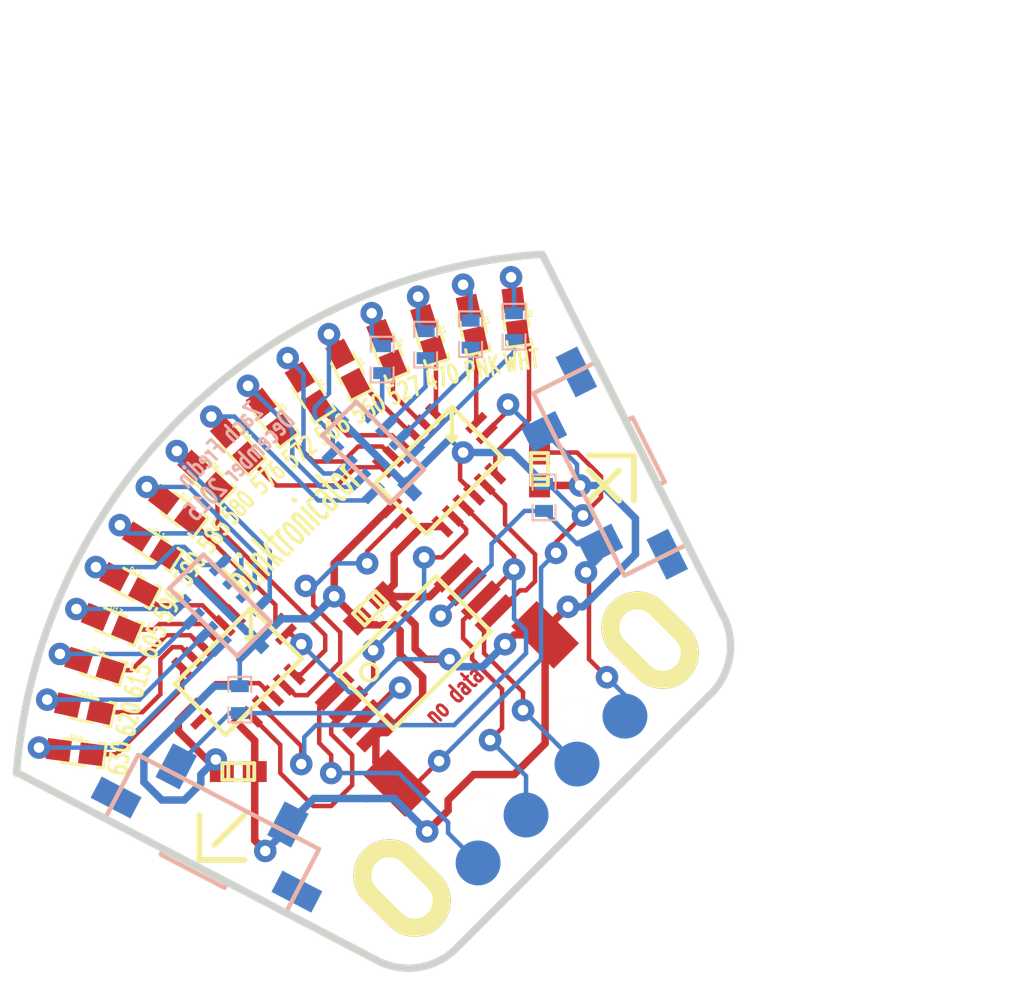
<source format=kicad_pcb>
(kicad_pcb (version 3) (host pcbnew "(2013-jul-07)-stable")

  (general
    (links 74)
    (no_connects 0)
    (area 164.899999 17.150001 202.999999 50.568199)
    (thickness 1.6)
    (drawings 47)
    (tracks 457)
    (zones 0)
    (modules 37)
    (nets 46)
  )

  (page A3)
  (layers
    (15 F.Cu signal)
    (0 B.Cu signal)
    (16 B.Adhes user hide)
    (17 F.Adhes user hide)
    (18 B.Paste user hide)
    (19 F.Paste user hide)
    (20 B.SilkS user)
    (21 F.SilkS user)
    (22 B.Mask user)
    (23 F.Mask user)
    (24 Dwgs.User user)
    (25 Cmts.User user)
    (26 Eco1.User user)
    (27 Eco2.User user)
    (28 Edge.Cuts user)
  )

  (setup
    (last_trace_width 0.25)
    (user_trace_width 0.25)
    (trace_clearance 0.225)
    (zone_clearance 0.508)
    (zone_45_only no)
    (trace_min 0.15)
    (segment_width 0.2)
    (edge_width 0.2)
    (via_size 0.75)
    (via_drill 0.35)
    (via_min_size 0.75)
    (via_min_drill 0.35)
    (uvia_size 0.508)
    (uvia_drill 0.127)
    (uvias_allowed no)
    (uvia_min_size 0.508)
    (uvia_min_drill 0.127)
    (pcb_text_width 0.3)
    (pcb_text_size 1.5 1.5)
    (mod_edge_width 0.15)
    (mod_text_size 1 1)
    (mod_text_width 0.15)
    (pad_size 2.4 3.6)
    (pad_drill 1.2)
    (pad_to_mask_clearance 0)
    (aux_axis_origin 0 0)
    (visible_elements FFFFFF3F)
    (pcbplotparams
      (layerselection 284196865)
      (usegerberextensions true)
      (excludeedgelayer true)
      (linewidth 0.150000)
      (plotframeref false)
      (viasonmask false)
      (mode 1)
      (useauxorigin false)
      (hpglpennumber 1)
      (hpglpenspeed 20)
      (hpglpendiameter 15)
      (hpglpenoverlay 2)
      (psnegative false)
      (psa4output false)
      (plotreference true)
      (plotvalue true)
      (plotothertext true)
      (plotinvisibletext false)
      (padsonsilk false)
      (subtractmaskfromsilk false)
      (outputformat 1)
      (mirror false)
      (drillshape 0)
      (scaleselection 1)
      (outputdirectory gerbers/))
  )

  (net 0 "")
  (net 1 D1)
  (net 2 D10)
  (net 3 D11)
  (net 4 D12)
  (net 5 D13)
  (net 6 D14)
  (net 7 D15)
  (net 8 D16)
  (net 9 D2)
  (net 10 D3)
  (net 11 D4)
  (net 12 D5)
  (net 13 D6)
  (net 14 D7)
  (net 15 D8)
  (net 16 D9)
  (net 17 GND)
  (net 18 N-000001)
  (net 19 N-0000010)
  (net 20 N-0000011)
  (net 21 N-0000012)
  (net 22 N-0000013)
  (net 23 N-0000014)
  (net 24 N-0000015)
  (net 25 N-0000016)
  (net 26 N-0000017)
  (net 27 N-0000018)
  (net 28 N-0000019)
  (net 29 N-000002)
  (net 30 N-0000020)
  (net 31 N-0000021)
  (net 32 N-0000030)
  (net 33 N-0000031)
  (net 34 N-0000032)
  (net 35 N-0000033)
  (net 36 N-0000038)
  (net 37 N-0000039)
  (net 38 N-000004)
  (net 39 N-0000040)
  (net 40 N-0000041)
  (net 41 N-0000044)
  (net 42 N-0000045)
  (net 43 N-000006)
  (net 44 N-000008)
  (net 45 VCC)

  (net_class Default "This is the default net class."
    (clearance 0.225)
    (trace_width 0.15)
    (via_dia 0.75)
    (via_drill 0.35)
    (uvia_dia 0.508)
    (uvia_drill 0.127)
    (add_net "")
    (add_net D1)
    (add_net D10)
    (add_net D11)
    (add_net D12)
    (add_net D13)
    (add_net D14)
    (add_net D15)
    (add_net D16)
    (add_net D2)
    (add_net D3)
    (add_net D4)
    (add_net D5)
    (add_net D6)
    (add_net D7)
    (add_net D8)
    (add_net D9)
    (add_net GND)
    (add_net N-000001)
    (add_net N-0000010)
    (add_net N-0000011)
    (add_net N-0000012)
    (add_net N-0000013)
    (add_net N-0000014)
    (add_net N-0000015)
    (add_net N-0000016)
    (add_net N-0000017)
    (add_net N-0000018)
    (add_net N-0000019)
    (add_net N-000002)
    (add_net N-0000020)
    (add_net N-0000021)
    (add_net N-0000030)
    (add_net N-0000031)
    (add_net N-0000032)
    (add_net N-0000033)
    (add_net N-0000038)
    (add_net N-0000039)
    (add_net N-000004)
    (add_net N-0000040)
    (add_net N-0000041)
    (add_net N-0000044)
    (add_net N-0000045)
    (add_net N-000006)
    (add_net N-000008)
    (add_net VCC)
  )

  (module LED-0402 (layer F.Cu) (tedit 5664684A) (tstamp 563F7C93)
    (at 182.05 27.35 277.5)
    (descr "SMT LED, 0402")
    (path /563AB44A)
    (fp_text reference D1 (at 0 -0.4826 277.5) (layer F.SilkS)
      (effects (font (size 0.1524 0.1524) (thickness 0.03048)))
    )
    (fp_text value WHT (at 0 0.4826 277.5) (layer F.SilkS) hide
      (effects (font (size 0.1524 0.1524) (thickness 0.03048)))
    )
    (fp_line (start 1 -0.4) (end 0.8 -0.4) (layer F.SilkS) (width 0.1))
    (fp_line (start 1 0.4) (end 0.8 0.4) (layer F.SilkS) (width 0.1))
    (fp_line (start 0.4 -0.4) (end -0.4 -0.4) (layer F.SilkS) (width 0.1))
    (fp_line (start -0.4 0.4) (end 0.4 0.4) (layer F.SilkS) (width 0.1))
    (fp_line (start 1 -0.4) (end 1 0.4) (layer F.SilkS) (width 0.1))
    (pad 1 smd rect (at 0.54864 0 277.5) (size 0.8001 0.6985)
      (layers F.Cu F.Paste F.Mask)
      (net 29 N-000002)
    )
    (pad 2 smd rect (at -0.54864 0 277.5) (size 0.8001 0.6985)
      (layers F.Cu F.Paste F.Mask)
      (net 19 N-0000010)
    )
    (model smd/capacitors/c_0402.wrl
      (at (xyz 0 0 0))
      (scale (xyz 1 1 1))
      (rotate (xyz 0 0 0))
    )
  )

  (module LED-0402 (layer F.Cu) (tedit 5664684A) (tstamp 563F7C39)
    (at 180.6 27.6 282.5)
    (descr "SMT LED, 0402")
    (path /563AB450)
    (fp_text reference D2 (at 0 -0.4826 282.5) (layer F.SilkS)
      (effects (font (size 0.1524 0.1524) (thickness 0.03048)))
    )
    (fp_text value PNK (at 0 0.4826 282.5) (layer F.SilkS) hide
      (effects (font (size 0.1524 0.1524) (thickness 0.03048)))
    )
    (fp_line (start 1 -0.4) (end 0.8 -0.4) (layer F.SilkS) (width 0.1))
    (fp_line (start 1 0.4) (end 0.8 0.4) (layer F.SilkS) (width 0.1))
    (fp_line (start 0.4 -0.4) (end -0.4 -0.4) (layer F.SilkS) (width 0.1))
    (fp_line (start -0.4 0.4) (end 0.4 0.4) (layer F.SilkS) (width 0.1))
    (fp_line (start 1 -0.4) (end 1 0.4) (layer F.SilkS) (width 0.1))
    (pad 1 smd rect (at 0.54864 0 282.5) (size 0.8001 0.6985)
      (layers F.Cu F.Paste F.Mask)
      (net 18 N-000001)
    )
    (pad 2 smd rect (at -0.54864 0 282.5) (size 0.8001 0.6985)
      (layers F.Cu F.Paste F.Mask)
      (net 44 N-000008)
    )
    (model smd/capacitors/c_0402.wrl
      (at (xyz 0 0 0))
      (scale (xyz 1 1 1))
      (rotate (xyz 0 0 0))
    )
  )

  (module LED-0402 (layer F.Cu) (tedit 5664684A) (tstamp 563F7CA5)
    (at 179.15 27.95 287.5)
    (descr "SMT LED, 0402")
    (path /563AB456)
    (fp_text reference D3 (at 0 -0.4826 287.5) (layer F.SilkS)
      (effects (font (size 0.1524 0.1524) (thickness 0.03048)))
    )
    (fp_text value 470nm (at 0 0.4826 287.5) (layer F.SilkS) hide
      (effects (font (size 0.1524 0.1524) (thickness 0.03048)))
    )
    (fp_line (start 1 -0.4) (end 0.8 -0.4) (layer F.SilkS) (width 0.1))
    (fp_line (start 1 0.4) (end 0.8 0.4) (layer F.SilkS) (width 0.1))
    (fp_line (start 0.4 -0.4) (end -0.4 -0.4) (layer F.SilkS) (width 0.1))
    (fp_line (start -0.4 0.4) (end 0.4 0.4) (layer F.SilkS) (width 0.1))
    (fp_line (start 1 -0.4) (end 1 0.4) (layer F.SilkS) (width 0.1))
    (pad 1 smd rect (at 0.54864 0 287.5) (size 0.8001 0.6985)
      (layers F.Cu F.Paste F.Mask)
      (net 26 N-0000017)
    )
    (pad 2 smd rect (at -0.54864 0 287.5) (size 0.8001 0.6985)
      (layers F.Cu F.Paste F.Mask)
      (net 43 N-000006)
    )
    (model smd/capacitors/c_0402.wrl
      (at (xyz 0 0 0))
      (scale (xyz 1 1 1))
      (rotate (xyz 0 0 0))
    )
  )

  (module LED-0402 (layer F.Cu) (tedit 5664684A) (tstamp 563F7CB7)
    (at 177.75 28.45 292.5)
    (descr "SMT LED, 0402")
    (path /563AB45C)
    (fp_text reference D4 (at 0 -0.4826 292.5) (layer F.SilkS)
      (effects (font (size 0.1524 0.1524) (thickness 0.03048)))
    )
    (fp_text value 527nm (at 0 0.4826 292.5) (layer F.SilkS) hide
      (effects (font (size 0.1524 0.1524) (thickness 0.03048)))
    )
    (fp_line (start 1 -0.4) (end 0.8 -0.4) (layer F.SilkS) (width 0.1))
    (fp_line (start 1 0.4) (end 0.8 0.4) (layer F.SilkS) (width 0.1))
    (fp_line (start 0.4 -0.4) (end -0.4 -0.4) (layer F.SilkS) (width 0.1))
    (fp_line (start -0.4 0.4) (end 0.4 0.4) (layer F.SilkS) (width 0.1))
    (fp_line (start 1 -0.4) (end 1 0.4) (layer F.SilkS) (width 0.1))
    (pad 1 smd rect (at 0.54864 0 292.5) (size 0.8001 0.6985)
      (layers F.Cu F.Paste F.Mask)
      (net 25 N-0000016)
    )
    (pad 2 smd rect (at -0.54864 0 292.5) (size 0.8001 0.6985)
      (layers F.Cu F.Paste F.Mask)
      (net 38 N-000004)
    )
    (model smd/capacitors/c_0402.wrl
      (at (xyz 0 0 0))
      (scale (xyz 1 1 1))
      (rotate (xyz 0 0 0))
    )
  )

  (module LED-0402 (layer F.Cu) (tedit 5664684A) (tstamp 563F7CC9)
    (at 176.45 29.1 297.5)
    (descr "SMT LED, 0402")
    (path /563AB462)
    (fp_text reference D5 (at 0 -0.4826 297.5) (layer F.SilkS)
      (effects (font (size 0.1524 0.1524) (thickness 0.03048)))
    )
    (fp_text value 560nm (at 0 0.4826 297.5) (layer F.SilkS) hide
      (effects (font (size 0.1524 0.1524) (thickness 0.03048)))
    )
    (fp_line (start 1 -0.4) (end 0.8 -0.4) (layer F.SilkS) (width 0.1))
    (fp_line (start 1 0.4) (end 0.8 0.4) (layer F.SilkS) (width 0.1))
    (fp_line (start 0.4 -0.4) (end -0.4 -0.4) (layer F.SilkS) (width 0.1))
    (fp_line (start -0.4 0.4) (end 0.4 0.4) (layer F.SilkS) (width 0.1))
    (fp_line (start 1 -0.4) (end 1 0.4) (layer F.SilkS) (width 0.1))
    (pad 1 smd rect (at 0.54864 0 297.5) (size 0.8001 0.6985)
      (layers F.Cu F.Paste F.Mask)
      (net 21 N-0000012)
    )
    (pad 2 smd rect (at -0.54864 0 297.5) (size 0.8001 0.6985)
      (layers F.Cu F.Paste F.Mask)
      (net 12 D5)
    )
    (model smd/capacitors/c_0402.wrl
      (at (xyz 0 0 0))
      (scale (xyz 1 1 1))
      (rotate (xyz 0 0 0))
    )
  )

  (module LED-0402 (layer F.Cu) (tedit 5664684A) (tstamp 563F7CED)
    (at 175.15 29.85 302.5)
    (descr "SMT LED, 0402")
    (path /563AB8BE)
    (fp_text reference D6 (at 0 -0.4826 302.5) (layer F.SilkS)
      (effects (font (size 0.1524 0.1524) (thickness 0.03048)))
    )
    (fp_text value 566nm (at 0 0.4826 302.5) (layer F.SilkS) hide
      (effects (font (size 0.1524 0.1524) (thickness 0.03048)))
    )
    (fp_line (start 1 -0.4) (end 0.8 -0.4) (layer F.SilkS) (width 0.1))
    (fp_line (start 1 0.4) (end 0.8 0.4) (layer F.SilkS) (width 0.1))
    (fp_line (start 0.4 -0.4) (end -0.4 -0.4) (layer F.SilkS) (width 0.1))
    (fp_line (start -0.4 0.4) (end 0.4 0.4) (layer F.SilkS) (width 0.1))
    (fp_line (start 1 -0.4) (end 1 0.4) (layer F.SilkS) (width 0.1))
    (pad 1 smd rect (at 0.54864 0 302.5) (size 0.8001 0.6985)
      (layers F.Cu F.Paste F.Mask)
      (net 24 N-0000015)
    )
    (pad 2 smd rect (at -0.54864 0 302.5) (size 0.8001 0.6985)
      (layers F.Cu F.Paste F.Mask)
      (net 13 D6)
    )
    (model smd/capacitors/c_0402.wrl
      (at (xyz 0 0 0))
      (scale (xyz 1 1 1))
      (rotate (xyz 0 0 0))
    )
  )

  (module LED-0402 (layer F.Cu) (tedit 5664684A) (tstamp 563F7D47)
    (at 173.9 30.7 307.5)
    (descr "SMT LED, 0402")
    (path /563AB002)
    (fp_text reference D7 (at 0 -0.4826 307.5) (layer F.SilkS)
      (effects (font (size 0.1524 0.1524) (thickness 0.03048)))
    )
    (fp_text value 572nm (at 0 0.4826 307.5) (layer F.SilkS) hide
      (effects (font (size 0.1524 0.1524) (thickness 0.03048)))
    )
    (fp_line (start 1 -0.4) (end 0.8 -0.4) (layer F.SilkS) (width 0.1))
    (fp_line (start 1 0.4) (end 0.8 0.4) (layer F.SilkS) (width 0.1))
    (fp_line (start 0.4 -0.4) (end -0.4 -0.4) (layer F.SilkS) (width 0.1))
    (fp_line (start -0.4 0.4) (end 0.4 0.4) (layer F.SilkS) (width 0.1))
    (fp_line (start 1 -0.4) (end 1 0.4) (layer F.SilkS) (width 0.1))
    (pad 1 smd rect (at 0.54864 0 307.5) (size 0.8001 0.6985)
      (layers F.Cu F.Paste F.Mask)
      (net 23 N-0000014)
    )
    (pad 2 smd rect (at -0.54864 0 307.5) (size 0.8001 0.6985)
      (layers F.Cu F.Paste F.Mask)
      (net 14 D7)
    )
    (model smd/capacitors/c_0402.wrl
      (at (xyz 0 0 0))
      (scale (xyz 1 1 1))
      (rotate (xyz 0 0 0))
    )
  )

  (module LED-0402 (layer F.Cu) (tedit 5664684A) (tstamp 563F7CDB)
    (at 172.75 31.65 312.5)
    (descr "SMT LED, 0402")
    (path /563AB754)
    (fp_text reference D8 (at 0 -0.4826 312.5) (layer F.SilkS)
      (effects (font (size 0.1524 0.1524) (thickness 0.03048)))
    )
    (fp_text value 576nm (at 0 0.4826 312.5) (layer F.SilkS) hide
      (effects (font (size 0.1524 0.1524) (thickness 0.03048)))
    )
    (fp_line (start 1 -0.4) (end 0.8 -0.4) (layer F.SilkS) (width 0.1))
    (fp_line (start 1 0.4) (end 0.8 0.4) (layer F.SilkS) (width 0.1))
    (fp_line (start 0.4 -0.4) (end -0.4 -0.4) (layer F.SilkS) (width 0.1))
    (fp_line (start -0.4 0.4) (end 0.4 0.4) (layer F.SilkS) (width 0.1))
    (fp_line (start 1 -0.4) (end 1 0.4) (layer F.SilkS) (width 0.1))
    (pad 1 smd rect (at 0.54864 0 312.5) (size 0.8001 0.6985)
      (layers F.Cu F.Paste F.Mask)
      (net 22 N-0000013)
    )
    (pad 2 smd rect (at -0.54864 0 312.5) (size 0.8001 0.6985)
      (layers F.Cu F.Paste F.Mask)
      (net 15 D8)
    )
    (model smd/capacitors/c_0402.wrl
      (at (xyz 0 0 0))
      (scale (xyz 1 1 1))
      (rotate (xyz 0 0 0))
    )
  )

  (module LED-0402 (layer F.Cu) (tedit 5664684A) (tstamp 563F7C81)
    (at 171.7 32.7 317.5)
    (descr "SMT LED, 0402")
    (path /563AB75A)
    (fp_text reference D9 (at 0 -0.4826 317.5) (layer F.SilkS)
      (effects (font (size 0.1524 0.1524) (thickness 0.03048)))
    )
    (fp_text value 580nm (at 0 0.4826 317.5) (layer F.SilkS) hide
      (effects (font (size 0.1524 0.1524) (thickness 0.03048)))
    )
    (fp_line (start 1 -0.4) (end 0.8 -0.4) (layer F.SilkS) (width 0.1))
    (fp_line (start 1 0.4) (end 0.8 0.4) (layer F.SilkS) (width 0.1))
    (fp_line (start 0.4 -0.4) (end -0.4 -0.4) (layer F.SilkS) (width 0.1))
    (fp_line (start -0.4 0.4) (end 0.4 0.4) (layer F.SilkS) (width 0.1))
    (fp_line (start 1 -0.4) (end 1 0.4) (layer F.SilkS) (width 0.1))
    (pad 1 smd rect (at 0.54864 0 317.5) (size 0.8001 0.6985)
      (layers F.Cu F.Paste F.Mask)
      (net 36 N-0000038)
    )
    (pad 2 smd rect (at -0.54864 0 317.5) (size 0.8001 0.6985)
      (layers F.Cu F.Paste F.Mask)
      (net 16 D9)
    )
    (model smd/capacitors/c_0402.wrl
      (at (xyz 0 0 0))
      (scale (xyz 1 1 1))
      (rotate (xyz 0 0 0))
    )
  )

  (module LED-0402 (layer F.Cu) (tedit 5664684A) (tstamp 563F7CFF)
    (at 170.75 33.8 322.5)
    (descr "SMT LED, 0402")
    (path /563AB760)
    (fp_text reference D10 (at 0 -0.4826 322.5) (layer F.SilkS)
      (effects (font (size 0.1524 0.1524) (thickness 0.03048)))
    )
    (fp_text value 585nm (at 0 0.4826 322.5) (layer F.SilkS) hide
      (effects (font (size 0.1524 0.1524) (thickness 0.03048)))
    )
    (fp_line (start 1 -0.4) (end 0.8 -0.4) (layer F.SilkS) (width 0.1))
    (fp_line (start 1 0.4) (end 0.8 0.4) (layer F.SilkS) (width 0.1))
    (fp_line (start 0.4 -0.4) (end -0.4 -0.4) (layer F.SilkS) (width 0.1))
    (fp_line (start -0.4 0.4) (end 0.4 0.4) (layer F.SilkS) (width 0.1))
    (fp_line (start 1 -0.4) (end 1 0.4) (layer F.SilkS) (width 0.1))
    (pad 1 smd rect (at 0.54864 0 322.5) (size 0.8001 0.6985)
      (layers F.Cu F.Paste F.Mask)
      (net 40 N-0000041)
    )
    (pad 2 smd rect (at -0.54864 0 322.5) (size 0.8001 0.6985)
      (layers F.Cu F.Paste F.Mask)
      (net 2 D10)
    )
    (model smd/capacitors/c_0402.wrl
      (at (xyz 0 0 0))
      (scale (xyz 1 1 1))
      (rotate (xyz 0 0 0))
    )
  )

  (module LED-0402 (layer F.Cu) (tedit 5664684A) (tstamp 563F7D11)
    (at 169.9 35 327.5)
    (descr "SMT LED, 0402")
    (path /563AB766)
    (fp_text reference D11 (at 0 -0.4826 327.5) (layer F.SilkS)
      (effects (font (size 0.1524 0.1524) (thickness 0.03048)))
    )
    (fp_text value 590nm (at 0 0.4826 327.5) (layer F.SilkS) hide
      (effects (font (size 0.1524 0.1524) (thickness 0.03048)))
    )
    (fp_line (start 1 -0.4) (end 0.8 -0.4) (layer F.SilkS) (width 0.1))
    (fp_line (start 1 0.4) (end 0.8 0.4) (layer F.SilkS) (width 0.1))
    (fp_line (start 0.4 -0.4) (end -0.4 -0.4) (layer F.SilkS) (width 0.1))
    (fp_line (start -0.4 0.4) (end 0.4 0.4) (layer F.SilkS) (width 0.1))
    (fp_line (start 1 -0.4) (end 1 0.4) (layer F.SilkS) (width 0.1))
    (pad 1 smd rect (at 0.54864 0 327.5) (size 0.8001 0.6985)
      (layers F.Cu F.Paste F.Mask)
      (net 39 N-0000040)
    )
    (pad 2 smd rect (at -0.54864 0 327.5) (size 0.8001 0.6985)
      (layers F.Cu F.Paste F.Mask)
      (net 3 D11)
    )
    (model smd/capacitors/c_0402.wrl
      (at (xyz 0 0 0))
      (scale (xyz 1 1 1))
      (rotate (xyz 0 0 0))
    )
  )

  (module LED-0402 (layer F.Cu) (tedit 5664684A) (tstamp 563F7D23)
    (at 169.15 36.3 332.5)
    (descr "SMT LED, 0402")
    (path /563AB76C)
    (fp_text reference D12 (at 0 -0.4826 332.5) (layer F.SilkS)
      (effects (font (size 0.1524 0.1524) (thickness 0.03048)))
    )
    (fp_text value 596nm (at 0 0.4826 332.5) (layer F.SilkS) hide
      (effects (font (size 0.1524 0.1524) (thickness 0.03048)))
    )
    (fp_line (start 1 -0.4) (end 0.8 -0.4) (layer F.SilkS) (width 0.1))
    (fp_line (start 1 0.4) (end 0.8 0.4) (layer F.SilkS) (width 0.1))
    (fp_line (start 0.4 -0.4) (end -0.4 -0.4) (layer F.SilkS) (width 0.1))
    (fp_line (start -0.4 0.4) (end 0.4 0.4) (layer F.SilkS) (width 0.1))
    (fp_line (start 1 -0.4) (end 1 0.4) (layer F.SilkS) (width 0.1))
    (pad 1 smd rect (at 0.54864 0 332.5) (size 0.8001 0.6985)
      (layers F.Cu F.Paste F.Mask)
      (net 37 N-0000039)
    )
    (pad 2 smd rect (at -0.54864 0 332.5) (size 0.8001 0.6985)
      (layers F.Cu F.Paste F.Mask)
      (net 4 D12)
    )
    (model smd/capacitors/c_0402.wrl
      (at (xyz 0 0 0))
      (scale (xyz 1 1 1))
      (rotate (xyz 0 0 0))
    )
  )

  (module LED-0402 (layer F.Cu) (tedit 5664684A) (tstamp 563F8F0B)
    (at 168.55 37.6 337.5)
    (descr "SMT LED, 0402")
    (path /563AB772)
    (fp_text reference D13 (at 0 -0.4826 337.5) (layer F.SilkS)
      (effects (font (size 0.1524 0.1524) (thickness 0.03048)))
    )
    (fp_text value 605nm (at 0 0.4826 337.5) (layer F.SilkS) hide
      (effects (font (size 0.1524 0.1524) (thickness 0.03048)))
    )
    (fp_line (start 1 -0.4) (end 0.8 -0.4) (layer F.SilkS) (width 0.1))
    (fp_line (start 1 0.4) (end 0.8 0.4) (layer F.SilkS) (width 0.1))
    (fp_line (start 0.4 -0.4) (end -0.4 -0.4) (layer F.SilkS) (width 0.1))
    (fp_line (start -0.4 0.4) (end 0.4 0.4) (layer F.SilkS) (width 0.1))
    (fp_line (start 1 -0.4) (end 1 0.4) (layer F.SilkS) (width 0.1))
    (pad 1 smd rect (at 0.54864 0 337.5) (size 0.8001 0.6985)
      (layers F.Cu F.Paste F.Mask)
      (net 35 N-0000033)
    )
    (pad 2 smd rect (at -0.54864 0 337.5) (size 0.8001 0.6985)
      (layers F.Cu F.Paste F.Mask)
      (net 5 D13)
    )
    (model smd/capacitors/c_0402.wrl
      (at (xyz 0 0 0))
      (scale (xyz 1 1 1))
      (rotate (xyz 0 0 0))
    )
  )

  (module LED-0402 (layer F.Cu) (tedit 5664684A) (tstamp 563F7C6F)
    (at 168 39 342.5)
    (descr "SMT LED, 0402")
    (path /563AB8CD)
    (fp_text reference D14 (at 0 -0.4826 342.5) (layer F.SilkS)
      (effects (font (size 0.1524 0.1524) (thickness 0.03048)))
    )
    (fp_text value 615nm (at 0 0.4826 342.5) (layer F.SilkS) hide
      (effects (font (size 0.1524 0.1524) (thickness 0.03048)))
    )
    (fp_line (start 1 -0.4) (end 0.8 -0.4) (layer F.SilkS) (width 0.1))
    (fp_line (start 1 0.4) (end 0.8 0.4) (layer F.SilkS) (width 0.1))
    (fp_line (start 0.4 -0.4) (end -0.4 -0.4) (layer F.SilkS) (width 0.1))
    (fp_line (start -0.4 0.4) (end 0.4 0.4) (layer F.SilkS) (width 0.1))
    (fp_line (start 1 -0.4) (end 1 0.4) (layer F.SilkS) (width 0.1))
    (pad 1 smd rect (at 0.54864 0 342.5) (size 0.8001 0.6985)
      (layers F.Cu F.Paste F.Mask)
      (net 34 N-0000032)
    )
    (pad 2 smd rect (at -0.54864 0 342.5) (size 0.8001 0.6985)
      (layers F.Cu F.Paste F.Mask)
      (net 6 D14)
    )
    (model smd/capacitors/c_0402.wrl
      (at (xyz 0 0 0))
      (scale (xyz 1 1 1))
      (rotate (xyz 0 0 0))
    )
  )

  (module LED-0402 (layer F.Cu) (tedit 5664684A) (tstamp 563F7C5D)
    (at 167.65 40.45 347.5)
    (descr "SMT LED, 0402")
    (path /563DFE89)
    (fp_text reference D15 (at 0 -0.4826 347.5) (layer F.SilkS)
      (effects (font (size 0.1524 0.1524) (thickness 0.03048)))
    )
    (fp_text value 620nm (at 0 0.4826 347.5) (layer F.SilkS) hide
      (effects (font (size 0.1524 0.1524) (thickness 0.03048)))
    )
    (fp_line (start 1 -0.4) (end 0.8 -0.4) (layer F.SilkS) (width 0.1))
    (fp_line (start 1 0.4) (end 0.8 0.4) (layer F.SilkS) (width 0.1))
    (fp_line (start 0.4 -0.4) (end -0.4 -0.4) (layer F.SilkS) (width 0.1))
    (fp_line (start -0.4 0.4) (end 0.4 0.4) (layer F.SilkS) (width 0.1))
    (fp_line (start 1 -0.4) (end 1 0.4) (layer F.SilkS) (width 0.1))
    (pad 1 smd rect (at 0.54864 0 347.5) (size 0.8001 0.6985)
      (layers F.Cu F.Paste F.Mask)
      (net 33 N-0000031)
    )
    (pad 2 smd rect (at -0.54864 0 347.5) (size 0.8001 0.6985)
      (layers F.Cu F.Paste F.Mask)
      (net 7 D15)
    )
    (model smd/capacitors/c_0402.wrl
      (at (xyz 0 0 0))
      (scale (xyz 1 1 1))
      (rotate (xyz 0 0 0))
    )
  )

  (module LED-0402 (layer F.Cu) (tedit 5664684A) (tstamp 563F7C4B)
    (at 167.35 41.9 352.5)
    (descr "SMT LED, 0402")
    (path /563DFE98)
    (fp_text reference D16 (at 0 -0.4826 352.5) (layer F.SilkS)
      (effects (font (size 0.1524 0.1524) (thickness 0.03048)))
    )
    (fp_text value 630nm (at 0 0.4826 352.5) (layer F.SilkS) hide
      (effects (font (size 0.1524 0.1524) (thickness 0.03048)))
    )
    (fp_line (start 1 -0.4) (end 0.8 -0.4) (layer F.SilkS) (width 0.1))
    (fp_line (start 1 0.4) (end 0.8 0.4) (layer F.SilkS) (width 0.1))
    (fp_line (start 0.4 -0.4) (end -0.4 -0.4) (layer F.SilkS) (width 0.1))
    (fp_line (start -0.4 0.4) (end 0.4 0.4) (layer F.SilkS) (width 0.1))
    (fp_line (start 1 -0.4) (end 1 0.4) (layer F.SilkS) (width 0.1))
    (pad 1 smd rect (at 0.54864 0 352.5) (size 0.8001 0.6985)
      (layers F.Cu F.Paste F.Mask)
      (net 32 N-0000030)
    )
    (pad 2 smd rect (at -0.54864 0 352.5) (size 0.8001 0.6985)
      (layers F.Cu F.Paste F.Mask)
      (net 8 D16)
    )
    (model smd/capacitors/c_0402.wrl
      (at (xyz 0 0 0))
      (scale (xyz 1 1 1))
      (rotate (xyz 0 0 0))
    )
  )

  (module SM0402 (layer B.Cu) (tedit 5666652D) (tstamp 56663E2B)
    (at 183 33.4 90)
    (path /563AD150)
    (attr smd)
    (fp_text reference R2 (at 0 0 90) (layer B.SilkS) hide
      (effects (font (size 0.35052 0.3048) (thickness 0.07112)) (justify mirror))
    )
    (fp_text value 10k (at 0.09906 0 90) (layer B.SilkS) hide
      (effects (font (size 0.35052 0.3048) (thickness 0.07112)) (justify mirror))
    )
    (fp_line (start -0.254 0.381) (end -0.762 0.381) (layer B.SilkS) (width 0.07112))
    (fp_line (start -0.762 0.381) (end -0.762 -0.381) (layer B.SilkS) (width 0.07112))
    (fp_line (start -0.762 -0.381) (end -0.254 -0.381) (layer B.SilkS) (width 0.07112))
    (fp_line (start 0.254 0.381) (end 0.762 0.381) (layer B.SilkS) (width 0.07112))
    (fp_line (start 0.762 0.381) (end 0.762 -0.381) (layer B.SilkS) (width 0.07112))
    (fp_line (start 0.762 -0.381) (end 0.254 -0.381) (layer B.SilkS) (width 0.07112))
    (pad 1 smd rect (at -0.44958 0 90) (size 0.39878 0.59944)
      (layers B.Cu B.Paste B.Mask)
      (net 42 N-0000045)
    )
    (pad 2 smd rect (at 0.44958 0 90) (size 0.39878 0.59944)
      (layers B.Cu B.Paste B.Mask)
      (net 17 GND)
    )
    (model smd\chip_cms.wrl
      (at (xyz 0 0 0.002))
      (scale (xyz 0.05 0.05 0.05))
      (rotate (xyz 0 0 0))
    )
  )

  (module SM0402 (layer B.Cu) (tedit 56666524) (tstamp 56663E37)
    (at 172.85 40.15 90)
    (path /563AD15F)
    (attr smd)
    (fp_text reference R3 (at 0 0 90) (layer B.SilkS) hide
      (effects (font (size 0.35052 0.3048) (thickness 0.07112)) (justify mirror))
    )
    (fp_text value 10k (at 0.09906 0 90) (layer B.SilkS) hide
      (effects (font (size 0.35052 0.3048) (thickness 0.07112)) (justify mirror))
    )
    (fp_line (start -0.254 0.381) (end -0.762 0.381) (layer B.SilkS) (width 0.07112))
    (fp_line (start -0.762 0.381) (end -0.762 -0.381) (layer B.SilkS) (width 0.07112))
    (fp_line (start -0.762 -0.381) (end -0.254 -0.381) (layer B.SilkS) (width 0.07112))
    (fp_line (start 0.254 0.381) (end 0.762 0.381) (layer B.SilkS) (width 0.07112))
    (fp_line (start 0.762 0.381) (end 0.762 -0.381) (layer B.SilkS) (width 0.07112))
    (fp_line (start 0.762 -0.381) (end 0.254 -0.381) (layer B.SilkS) (width 0.07112))
    (pad 1 smd rect (at -0.44958 0 90) (size 0.39878 0.59944)
      (layers B.Cu B.Paste B.Mask)
      (net 41 N-0000044)
    )
    (pad 2 smd rect (at 0.44958 0 90) (size 0.39878 0.59944)
      (layers B.Cu B.Paste B.Mask)
      (net 17 GND)
    )
    (model smd\chip_cms.wrl
      (at (xyz 0 0 0.002))
      (scale (xyz 0.05 0.05 0.05))
      (rotate (xyz 0 0 0))
    )
  )

  (module c_0402 (layer F.Cu) (tedit 5666DF04) (tstamp 56663E75)
    (at 172.8 42.55 180)
    (descr "SMT capacitor, 0402")
    (path /563AC2EE)
    (fp_text reference C2 (at 0 -0.4826 180) (layer F.SilkS) hide
      (effects (font (size 0.1524 0.1524) (thickness 0.03048)))
    )
    (fp_text value 0.1 (at 0 0.4826 180) (layer F.SilkS) hide
      (effects (font (size 0.1524 0.1524) (thickness 0.03048)))
    )
    (fp_line (start 0.3302 -0.2794) (end 0.3302 0.2794) (layer F.SilkS) (width 0.127))
    (fp_line (start -0.3302 -0.2794) (end -0.3302 0.2794) (layer F.SilkS) (width 0.127))
    (fp_line (start -0.5334 -0.2794) (end -0.5334 0.2794) (layer F.SilkS) (width 0.127))
    (fp_line (start -0.5334 0.2794) (end 0.5334 0.2794) (layer F.SilkS) (width 0.127))
    (fp_line (start 0.5334 0.2794) (end 0.5334 -0.2794) (layer F.SilkS) (width 0.127))
    (fp_line (start 0.5334 -0.2794) (end -0.5334 -0.2794) (layer F.SilkS) (width 0.127))
    (pad 1 smd rect (at 0.54864 0 180) (size 0.8001 0.6985)
      (layers F.Cu F.Paste F.Mask)
      (net 17 GND)
    )
    (pad 2 smd rect (at -0.54864 0 180) (size 0.8001 0.6985)
      (layers F.Cu F.Paste F.Mask)
      (net 45 VCC)
    )
    (model smd/capacitors/c_0402.wrl
      (at (xyz 0 0 0))
      (scale (xyz 1 1 1))
      (rotate (xyz 0 0 0))
    )
  )

  (module c_0402 (layer F.Cu) (tedit 5666DF0A) (tstamp 56663E81)
    (at 182.85 32.45 90)
    (descr "SMT capacitor, 0402")
    (path /563AC3DD)
    (fp_text reference C1 (at 0 -0.4826 90) (layer F.SilkS) hide
      (effects (font (size 0.1524 0.1524) (thickness 0.03048)))
    )
    (fp_text value 0.1 (at 0 0.4826 90) (layer F.SilkS) hide
      (effects (font (size 0.1524 0.1524) (thickness 0.03048)))
    )
    (fp_line (start 0.3302 -0.2794) (end 0.3302 0.2794) (layer F.SilkS) (width 0.127))
    (fp_line (start -0.3302 -0.2794) (end -0.3302 0.2794) (layer F.SilkS) (width 0.127))
    (fp_line (start -0.5334 -0.2794) (end -0.5334 0.2794) (layer F.SilkS) (width 0.127))
    (fp_line (start -0.5334 0.2794) (end 0.5334 0.2794) (layer F.SilkS) (width 0.127))
    (fp_line (start 0.5334 0.2794) (end 0.5334 -0.2794) (layer F.SilkS) (width 0.127))
    (fp_line (start 0.5334 -0.2794) (end -0.5334 -0.2794) (layer F.SilkS) (width 0.127))
    (pad 1 smd rect (at 0.54864 0 90) (size 0.8001 0.6985)
      (layers F.Cu F.Paste F.Mask)
      (net 17 GND)
    )
    (pad 2 smd rect (at -0.54864 0 90) (size 0.8001 0.6985)
      (layers F.Cu F.Paste F.Mask)
      (net 45 VCC)
    )
    (model smd/capacitors/c_0402.wrl
      (at (xyz 0 0 0))
      (scale (xyz 1 1 1))
      (rotate (xyz 0 0 0))
    )
  )

  (module c_0402 (layer F.Cu) (tedit 49047259) (tstamp 56663E8D)
    (at 177.2 37.1 225)
    (descr "SMT capacitor, 0402")
    (path /563AC3EC)
    (fp_text reference C3 (at 0 -0.4826 225) (layer F.SilkS)
      (effects (font (size 0.1524 0.1524) (thickness 0.03048)))
    )
    (fp_text value 0.1 (at 0 0.4826 225) (layer F.SilkS) hide
      (effects (font (size 0.1524 0.1524) (thickness 0.03048)))
    )
    (fp_line (start 0.3302 -0.2794) (end 0.3302 0.2794) (layer F.SilkS) (width 0.127))
    (fp_line (start -0.3302 -0.2794) (end -0.3302 0.2794) (layer F.SilkS) (width 0.127))
    (fp_line (start -0.5334 -0.2794) (end -0.5334 0.2794) (layer F.SilkS) (width 0.127))
    (fp_line (start -0.5334 0.2794) (end 0.5334 0.2794) (layer F.SilkS) (width 0.127))
    (fp_line (start 0.5334 0.2794) (end 0.5334 -0.2794) (layer F.SilkS) (width 0.127))
    (fp_line (start 0.5334 -0.2794) (end -0.5334 -0.2794) (layer F.SilkS) (width 0.127))
    (pad 1 smd rect (at 0.54864 0 225) (size 0.8001 0.6985)
      (layers F.Cu F.Paste F.Mask)
      (net 17 GND)
    )
    (pad 2 smd rect (at -0.54864 0 225) (size 0.8001 0.6985)
      (layers F.Cu F.Paste F.Mask)
      (net 45 VCC)
    )
    (model smd/capacitors/c_0402.wrl
      (at (xyz 0 0 0))
      (scale (xyz 1 1 1))
      (rotate (xyz 0 0 0))
    )
  )

  (module TL3330AF130QG (layer B.Cu) (tedit 5666641C) (tstamp 563F7BB3)
    (at 184.7 32.7 296.5)
    (path /563ACE05)
    (fp_text reference SW2 (at 0 4.4 296.5) (layer B.SilkS) hide
      (effects (font (size 1 1) (thickness 0.15)) (justify mirror))
    )
    (fp_text value SW_PUSH (at 0 -4.4 296.5) (layer B.SilkS) hide
      (effects (font (size 1 1) (thickness 0.15)) (justify mirror))
    )
    (fp_line (start -1.2 -1.8) (end -1.2 -2) (layer B.SilkS) (width 0.15))
    (fp_line (start -1.2 -2) (end 1.2 -2) (layer B.SilkS) (width 0.15))
    (fp_line (start 1.2 -2) (end 1.2 -1.8) (layer B.SilkS) (width 0.15))
    (fp_line (start -3.4 -1.8) (end 3.4 -1.8) (layer B.SilkS) (width 0.15))
    (fp_line (start 3.4 -1.8) (end 3.4 0.6) (layer B.SilkS) (width 0.15))
    (fp_line (start 3.4 0.6) (end -3.4 0.6) (layer B.SilkS) (width 0.15))
    (fp_line (start -3.4 0.6) (end -3.4 -1.8) (layer B.SilkS) (width 0.15))
    (pad 1 smd rect (at -2.1 0.85 296.5) (size 0.9 1.27)
      (layers B.Cu B.Mask)
      (net 45 VCC)
    )
    (pad 2 smd rect (at 2.1 0.85 296.5) (size 0.9 1.27)
      (layers B.Cu B.Mask)
      (net 42 N-0000045)
    )
    (pad "" smd rect (at 3.4 -1 296.5) (size 1.5 0.8)
      (layers B.Cu B.Paste B.Mask)
    )
    (pad "" smd rect (at -3.4 -1 296.5) (size 1.5 0.8)
      (layers B.Cu B.Paste B.Mask)
    )
  )

  (module TL3330AF130QG (layer B.Cu) (tedit 5666641C) (tstamp 567F2891)
    (at 172.2 44.1 152.5)
    (path /563ACE14)
    (fp_text reference SW3 (at 0 4.4 152.5) (layer B.SilkS) hide
      (effects (font (size 1 1) (thickness 0.15)) (justify mirror))
    )
    (fp_text value SW_PUSH (at 0 -4.4 152.5) (layer B.SilkS) hide
      (effects (font (size 1 1) (thickness 0.15)) (justify mirror))
    )
    (fp_line (start -1.2 -1.8) (end -1.2 -2) (layer B.SilkS) (width 0.15))
    (fp_line (start -1.2 -2) (end 1.2 -2) (layer B.SilkS) (width 0.15))
    (fp_line (start 1.2 -2) (end 1.2 -1.8) (layer B.SilkS) (width 0.15))
    (fp_line (start -3.4 -1.8) (end 3.4 -1.8) (layer B.SilkS) (width 0.15))
    (fp_line (start 3.4 -1.8) (end 3.4 0.6) (layer B.SilkS) (width 0.15))
    (fp_line (start 3.4 0.6) (end -3.4 0.6) (layer B.SilkS) (width 0.15))
    (fp_line (start -3.4 0.6) (end -3.4 -1.8) (layer B.SilkS) (width 0.15))
    (pad 1 smd rect (at -2.1 0.85 152.5) (size 0.9 1.27)
      (layers B.Cu B.Mask)
      (net 45 VCC)
    )
    (pad 2 smd rect (at 2.1 0.85 152.5) (size 0.9 1.27)
      (layers B.Cu B.Mask)
      (net 41 N-0000044)
    )
    (pad "" smd rect (at 3.4 -1 152.5) (size 1.5 0.8)
      (layers B.Cu B.Paste B.Mask)
    )
    (pad "" smd rect (at -3.4 -1 152.5) (size 1.5 0.8)
      (layers B.Cu B.Paste B.Mask)
    )
  )

  (module RN-EXBD (layer B.Cu) (tedit 56666450) (tstamp 563F87DA)
    (at 172.2 37 315)
    (path /563C456B)
    (fp_text reference RN2 (at -0.1 3.5 315) (layer B.SilkS) hide
      (effects (font (size 1 1) (thickness 0.15)) (justify mirror))
    )
    (fp_text value EXB-D10C680J (at 0 -3.4 315) (layer B.SilkS) hide
      (effects (font (size 1 1) (thickness 0.15)) (justify mirror))
    )
    (fp_line (start 1.6 0.8) (end -1.6 0.8) (layer B.SilkS) (width 0.15))
    (fp_line (start -1.6 0.8) (end -1.6 -0.8) (layer B.SilkS) (width 0.15))
    (fp_line (start -1.6 -0.8) (end 1.6 -0.8) (layer B.SilkS) (width 0.15))
    (fp_line (start 1.6 -0.8) (end 1.6 0.8) (layer B.SilkS) (width 0.15))
    (pad 8 smd rect (at 0.3175 -0.95 315) (size 0.3 0.8)
      (layers B.Cu B.Mask)
      (net 2 D10)
    )
    (pad 9 smd rect (at -0.3175 -0.95 315) (size 0.3 0.8)
      (layers B.Cu B.Mask)
      (net 3 D11)
    )
    (pad 7 smd rect (at 0.9525 -0.95 315) (size 0.3 0.8)
      (layers B.Cu B.Mask)
      (net 16 D9)
    )
    (pad 10 smd rect (at -0.9525 -0.95 315) (size 0.3 0.8)
      (layers B.Cu B.Mask)
      (net 4 D12)
    )
    (pad 4 smd rect (at 0.3175 0.95 315) (size 0.3 0.8)
      (layers B.Cu B.Mask)
      (net 7 D15)
    )
    (pad 3 smd rect (at -0.3175 0.95 315) (size 0.3 0.8)
      (layers B.Cu B.Mask)
      (net 6 D14)
    )
    (pad 5 smd rect (at 0.9525 0.95 315) (size 0.3 0.8)
      (layers B.Cu B.Mask)
      (net 8 D16)
    )
    (pad 2 smd rect (at -0.9525 0.95 315) (size 0.3 0.8)
      (layers B.Cu B.Mask)
      (net 5 D13)
    )
    (pad 1 smd rect (at -1.725 0 315) (size 0.8 0.4)
      (layers B.Cu B.Mask)
      (net 17 GND)
    )
    (pad 6 smd rect (at 1.725 0 315) (size 0.8 0.4)
      (layers B.Cu B.Mask)
      (net 17 GND)
    )
  )

  (module tssop-8 (layer F.Cu) (tedit 566665CC) (tstamp 56663D65)
    (at 179.6 39.5 315)
    (descr TSSOP-16)
    (path /564253CE)
    (fp_text reference U1 (at -1.3 0.8 315) (layer F.SilkS) hide
      (effects (font (size 0.50038 0.50038) (thickness 0.09906)))
    )
    (fp_text value ATTINY85-S (at -1.3 -0.5 315) (layer F.SilkS) hide
      (effects (font (size 0.50038 0.50038) (thickness 0.09906)))
    )
    (fp_line (start 0 -2.3) (end -2.6 -2.3) (layer F.SilkS) (width 0.15))
    (fp_line (start -2.6 -2.3) (end -2.6 2.3) (layer F.SilkS) (width 0.15))
    (fp_line (start -2.6 2.3) (end 0 2.3) (layer F.SilkS) (width 0.15))
    (fp_line (start 0 -2.3) (end 0 2.3) (layer F.SilkS) (width 0.15))
    (fp_circle (center -1.905 1.524) (end -2.032 1.778) (layer F.SilkS) (width 0.127))
    (pad 4 smd rect (at -0.32512 2.79908 315) (size 0.4191 1.47066)
      (layers F.Cu F.Paste F.Mask)
      (net 17 GND)
    )
    (pad 8 smd rect (at -2.26568 -2.794 315) (size 0.4 1.47066)
      (layers F.Cu F.Paste F.Mask)
      (net 45 VCC)
    )
    (pad 1 smd rect (at -2.27584 2.79908 315) (size 0.4191 1.47066)
      (layers F.Cu F.Paste F.Mask)
      (net 20 N-0000011)
    )
    (pad 2 smd rect (at -1.6256 2.79908 315) (size 0.4191 1.47066)
      (layers F.Cu F.Paste F.Mask)
      (net 28 N-0000019)
    )
    (pad 3 smd rect (at -0.97536 2.79908 315) (size 0.4191 1.47066)
      (layers F.Cu F.Paste F.Mask)
      (net 41 N-0000044)
    )
    (pad 5 smd rect (at -0.32512 -2.79908 315) (size 0.4191 1.47066)
      (layers F.Cu F.Paste F.Mask)
      (net 27 N-0000018)
    )
    (pad 6 smd rect (at -0.97536 -2.79908 315) (size 0.4191 1.47066)
      (layers F.Cu F.Paste F.Mask)
      (net 31 N-0000021)
    )
    (pad 7 smd rect (at -1.6256 -2.794 315) (size 0.4191 1.47066)
      (layers F.Cu F.Paste F.Mask)
      (net 42 N-0000045)
    )
    (model smd/smd_dil/tssop-16.wrl
      (at (xyz 0 0 0))
      (scale (xyz 1 1 1))
      (rotate (xyz 0 0 0))
    )
  )

  (module RN-EXBD (layer B.Cu) (tedit 56666450) (tstamp 563F87C8)
    (at 177.3 31.9 315)
    (path /563C3C46)
    (fp_text reference RN1 (at -0.1 3.5 315) (layer B.SilkS) hide
      (effects (font (size 1 1) (thickness 0.15)) (justify mirror))
    )
    (fp_text value EXB-D10C680J (at 0 -3.4 315) (layer B.SilkS) hide
      (effects (font (size 1 1) (thickness 0.15)) (justify mirror))
    )
    (fp_line (start 1.6 0.8) (end -1.6 0.8) (layer B.SilkS) (width 0.15))
    (fp_line (start -1.6 0.8) (end -1.6 -0.8) (layer B.SilkS) (width 0.15))
    (fp_line (start -1.6 -0.8) (end 1.6 -0.8) (layer B.SilkS) (width 0.15))
    (fp_line (start 1.6 -0.8) (end 1.6 0.8) (layer B.SilkS) (width 0.15))
    (pad 8 smd rect (at 0.3175 -0.95 315) (size 0.3 0.8)
      (layers B.Cu B.Mask)
      (net 9 D2)
    )
    (pad 9 smd rect (at -0.3175 -0.95 315) (size 0.3 0.8)
      (layers B.Cu B.Mask)
      (net 10 D3)
    )
    (pad 7 smd rect (at 0.9525 -0.95 315) (size 0.3 0.8)
      (layers B.Cu B.Mask)
      (net 1 D1)
    )
    (pad 10 smd rect (at -0.9525 -0.95 315) (size 0.3 0.8)
      (layers B.Cu B.Mask)
      (net 11 D4)
    )
    (pad 4 smd rect (at 0.3175 0.95 315) (size 0.3 0.8)
      (layers B.Cu B.Mask)
      (net 14 D7)
    )
    (pad 3 smd rect (at -0.3175 0.95 315) (size 0.3 0.8)
      (layers B.Cu B.Mask)
      (net 13 D6)
    )
    (pad 5 smd rect (at 0.9525 0.95 315) (size 0.3 0.8)
      (layers B.Cu B.Mask)
      (net 15 D8)
    )
    (pad 2 smd rect (at -0.9525 0.95 315) (size 0.3 0.8)
      (layers B.Cu B.Mask)
      (net 12 D5)
    )
    (pad 1 smd rect (at -1.725 0 315) (size 0.8 0.4)
      (layers B.Cu B.Mask)
      (net 17 GND)
    )
    (pad 6 smd rect (at 1.725 0 315) (size 0.8 0.4)
      (layers B.Cu B.Mask)
      (net 17 GND)
    )
  )

  (module SM0402 (layer B.Cu) (tedit 5666DF15) (tstamp 5666DB78)
    (at 182 27.7 270)
    (path /5666E49D)
    (attr smd)
    (fp_text reference R6 (at 0 0 270) (layer B.SilkS) hide
      (effects (font (size 0.35052 0.3048) (thickness 0.07112)) (justify mirror))
    )
    (fp_text value R (at 0.09906 0 270) (layer B.SilkS) hide
      (effects (font (size 0.35052 0.3048) (thickness 0.07112)) (justify mirror))
    )
    (fp_line (start -0.254 0.381) (end -0.762 0.381) (layer B.SilkS) (width 0.07112))
    (fp_line (start -0.762 0.381) (end -0.762 -0.381) (layer B.SilkS) (width 0.07112))
    (fp_line (start -0.762 -0.381) (end -0.254 -0.381) (layer B.SilkS) (width 0.07112))
    (fp_line (start 0.254 0.381) (end 0.762 0.381) (layer B.SilkS) (width 0.07112))
    (fp_line (start 0.762 0.381) (end 0.762 -0.381) (layer B.SilkS) (width 0.07112))
    (fp_line (start 0.762 -0.381) (end 0.254 -0.381) (layer B.SilkS) (width 0.07112))
    (pad 1 smd rect (at -0.44958 0 270) (size 0.39878 0.59944)
      (layers B.Cu B.Paste B.Mask)
      (net 19 N-0000010)
    )
    (pad 2 smd rect (at 0.44958 0 270) (size 0.39878 0.59944)
      (layers B.Cu B.Paste B.Mask)
      (net 1 D1)
    )
    (model smd\chip_cms.wrl
      (at (xyz 0 0 0.002))
      (scale (xyz 0.05 0.05 0.05))
      (rotate (xyz 0 0 0))
    )
  )

  (module SM0402 (layer B.Cu) (tedit 5666DF18) (tstamp 5666DB84)
    (at 180.55 27.95 270)
    (path /5666E57C)
    (attr smd)
    (fp_text reference R4 (at 0 0 270) (layer B.SilkS) hide
      (effects (font (size 0.35052 0.3048) (thickness 0.07112)) (justify mirror))
    )
    (fp_text value R (at 0.09906 0 270) (layer B.SilkS) hide
      (effects (font (size 0.35052 0.3048) (thickness 0.07112)) (justify mirror))
    )
    (fp_line (start -0.254 0.381) (end -0.762 0.381) (layer B.SilkS) (width 0.07112))
    (fp_line (start -0.762 0.381) (end -0.762 -0.381) (layer B.SilkS) (width 0.07112))
    (fp_line (start -0.762 -0.381) (end -0.254 -0.381) (layer B.SilkS) (width 0.07112))
    (fp_line (start 0.254 0.381) (end 0.762 0.381) (layer B.SilkS) (width 0.07112))
    (fp_line (start 0.762 0.381) (end 0.762 -0.381) (layer B.SilkS) (width 0.07112))
    (fp_line (start 0.762 -0.381) (end 0.254 -0.381) (layer B.SilkS) (width 0.07112))
    (pad 1 smd rect (at -0.44958 0 270) (size 0.39878 0.59944)
      (layers B.Cu B.Paste B.Mask)
      (net 44 N-000008)
    )
    (pad 2 smd rect (at 0.44958 0 270) (size 0.39878 0.59944)
      (layers B.Cu B.Paste B.Mask)
      (net 9 D2)
    )
    (model smd\chip_cms.wrl
      (at (xyz 0 0 0.002))
      (scale (xyz 0.05 0.05 0.05))
      (rotate (xyz 0 0 0))
    )
  )

  (module SM0402 (layer B.Cu) (tedit 5666DF1C) (tstamp 5666DB90)
    (at 179.05 28.3 270)
    (path /5666E722)
    (attr smd)
    (fp_text reference R5 (at 0 0 270) (layer B.SilkS) hide
      (effects (font (size 0.35052 0.3048) (thickness 0.07112)) (justify mirror))
    )
    (fp_text value R (at 0.09906 0 270) (layer B.SilkS) hide
      (effects (font (size 0.35052 0.3048) (thickness 0.07112)) (justify mirror))
    )
    (fp_line (start -0.254 0.381) (end -0.762 0.381) (layer B.SilkS) (width 0.07112))
    (fp_line (start -0.762 0.381) (end -0.762 -0.381) (layer B.SilkS) (width 0.07112))
    (fp_line (start -0.762 -0.381) (end -0.254 -0.381) (layer B.SilkS) (width 0.07112))
    (fp_line (start 0.254 0.381) (end 0.762 0.381) (layer B.SilkS) (width 0.07112))
    (fp_line (start 0.762 0.381) (end 0.762 -0.381) (layer B.SilkS) (width 0.07112))
    (fp_line (start 0.762 -0.381) (end 0.254 -0.381) (layer B.SilkS) (width 0.07112))
    (pad 1 smd rect (at -0.44958 0 270) (size 0.39878 0.59944)
      (layers B.Cu B.Paste B.Mask)
      (net 43 N-000006)
    )
    (pad 2 smd rect (at 0.44958 0 270) (size 0.39878 0.59944)
      (layers B.Cu B.Paste B.Mask)
      (net 10 D3)
    )
    (model smd\chip_cms.wrl
      (at (xyz 0 0 0.002))
      (scale (xyz 0.05 0.05 0.05))
      (rotate (xyz 0 0 0))
    )
  )

  (module SM0402 (layer B.Cu) (tedit 5666DF21) (tstamp 5666DC41)
    (at 177.6 28.8 270)
    (path /5666E801)
    (attr smd)
    (fp_text reference R1 (at 0 0 270) (layer B.SilkS) hide
      (effects (font (size 0.35052 0.3048) (thickness 0.07112)) (justify mirror))
    )
    (fp_text value R (at 0.09906 0 270) (layer B.SilkS) hide
      (effects (font (size 0.35052 0.3048) (thickness 0.07112)) (justify mirror))
    )
    (fp_line (start -0.254 0.381) (end -0.762 0.381) (layer B.SilkS) (width 0.07112))
    (fp_line (start -0.762 0.381) (end -0.762 -0.381) (layer B.SilkS) (width 0.07112))
    (fp_line (start -0.762 -0.381) (end -0.254 -0.381) (layer B.SilkS) (width 0.07112))
    (fp_line (start 0.254 0.381) (end 0.762 0.381) (layer B.SilkS) (width 0.07112))
    (fp_line (start 0.762 0.381) (end 0.762 -0.381) (layer B.SilkS) (width 0.07112))
    (fp_line (start 0.762 -0.381) (end 0.254 -0.381) (layer B.SilkS) (width 0.07112))
    (pad 1 smd rect (at -0.44958 0 270) (size 0.39878 0.59944)
      (layers B.Cu B.Paste B.Mask)
      (net 38 N-000004)
    )
    (pad 2 smd rect (at 0.44958 0 270) (size 0.39878 0.59944)
      (layers B.Cu B.Paste B.Mask)
      (net 11 D4)
    )
    (model smd\chip_cms.wrl
      (at (xyz 0 0 0.002))
      (scale (xyz 0.05 0.05 0.05))
      (rotate (xyz 0 0 0))
    )
  )

  (module DHVQFN16 (layer F.Cu) (tedit 567DC262) (tstamp 56663E69)
    (at 172.8 39.2 225)
    (path /563AB792)
    (fp_text reference U4 (at 0 -3.2 225) (layer F.SilkS) hide
      (effects (font (size 1 1) (thickness 0.15)))
    )
    (fp_text value 74HC595 (at 0 3 225) (layer F.SilkS) hide
      (effects (font (size 1 1) (thickness 0.15)))
    )
    (fp_line (start -1.8 1.2) (end -1 0.4) (layer F.SilkS) (width 0.15))
    (fp_line (start -1 0.4) (end -1.2 0.4) (layer F.SilkS) (width 0.15))
    (fp_line (start -1.2 0.4) (end -1 0.6) (layer F.SilkS) (width 0.15))
    (fp_line (start -1 0.6) (end -1 0.4) (layer F.SilkS) (width 0.15))
    (fp_line (start -1.8 -1.2) (end -1.8 1.2) (layer F.SilkS) (width 0.15))
    (fp_line (start -1.8 1.2) (end 1.8 1.2) (layer F.SilkS) (width 0.15))
    (fp_line (start 1.8 1.2) (end 1.8 -1.2) (layer F.SilkS) (width 0.15))
    (fp_line (start 1.8 -1.2) (end -1.8 -1.2) (layer F.SilkS) (width 0.15))
    (pad 12 smd rect (at 0.25 -1.4 225) (size 0.25 0.8)
      (layers F.Cu F.Paste F.Mask)
      (net 31 N-0000021)
    )
    (pad 13 smd rect (at -0.25 -1.4 225) (size 0.25 0.8)
      (layers F.Cu F.Paste F.Mask)
      (net 17 GND)
    )
    (pad 14 smd rect (at -0.75 -1.4 225) (size 0.25 0.8)
      (layers F.Cu F.Paste F.Mask)
      (net 30 N-0000020)
    )
    (pad 15 smd rect (at -1.25 -1.4 225) (size 0.25 0.8)
      (layers F.Cu F.Paste F.Mask)
      (net 36 N-0000038)
    )
    (pad 11 smd rect (at 0.75 -1.4 225) (size 0.25 0.8)
      (layers F.Cu F.Paste F.Mask)
      (net 28 N-0000019)
    )
    (pad 10 smd rect (at 1.25 -1.4 225) (size 0.25 0.8)
      (layers F.Cu F.Paste F.Mask)
      (net 45 VCC)
    )
    (pad 4 smd rect (at -0.25 1.4 225) (size 0.25 0.8)
      (layers F.Cu F.Paste F.Mask)
      (net 35 N-0000033)
    )
    (pad 3 smd rect (at -0.75 1.4 225) (size 0.25 0.8)
      (layers F.Cu F.Paste F.Mask)
      (net 37 N-0000039)
    )
    (pad 2 smd rect (at -1.25 1.4 225) (size 0.25 0.8)
      (layers F.Cu F.Paste F.Mask)
      (net 39 N-0000040)
    )
    (pad 5 smd rect (at 0.25 1.4 225) (size 0.25 0.8)
      (layers F.Cu F.Paste F.Mask)
      (net 34 N-0000032)
    )
    (pad 6 smd rect (at 0.75 1.4 225) (size 0.25 0.8)
      (layers F.Cu F.Paste F.Mask)
      (net 33 N-0000031)
    )
    (pad 7 smd rect (at 1.25 1.4 225) (size 0.25 0.8)
      (layers F.Cu F.Paste F.Mask)
      (net 32 N-0000030)
    )
    (pad 16 smd rect (at -2 -0.25 225) (size 0.8 0.25)
      (layers F.Cu F.Paste F.Mask)
      (net 45 VCC)
    )
    (pad 1 smd rect (at -2 0.25 225) (size 0.8 0.25)
      (layers F.Cu F.Paste F.Mask)
      (net 40 N-0000041)
    )
    (pad 9 smd rect (at 2 -0.25 225) (size 0.8 0.25)
      (layers F.Cu F.Paste F.Mask)
    )
    (pad 8 smd rect (at 2 0.25 225) (size 0.8 0.25)
      (layers F.Cu F.Paste F.Mask)
      (net 17 GND)
    )
  )

  (module DHVQFN16 (layer F.Cu) (tedit 567DC262) (tstamp 567DC571)
    (at 179.5 32.5 225)
    (path /563AB488)
    (fp_text reference U3 (at 0 -3.2 225) (layer F.SilkS) hide
      (effects (font (size 1 1) (thickness 0.15)))
    )
    (fp_text value 74HC595 (at 0 3 225) (layer F.SilkS) hide
      (effects (font (size 1 1) (thickness 0.15)))
    )
    (fp_line (start -1.8 1.2) (end -1 0.4) (layer F.SilkS) (width 0.15))
    (fp_line (start -1 0.4) (end -1.2 0.4) (layer F.SilkS) (width 0.15))
    (fp_line (start -1.2 0.4) (end -1 0.6) (layer F.SilkS) (width 0.15))
    (fp_line (start -1 0.6) (end -1 0.4) (layer F.SilkS) (width 0.15))
    (fp_line (start -1.8 -1.2) (end -1.8 1.2) (layer F.SilkS) (width 0.15))
    (fp_line (start -1.8 1.2) (end 1.8 1.2) (layer F.SilkS) (width 0.15))
    (fp_line (start 1.8 1.2) (end 1.8 -1.2) (layer F.SilkS) (width 0.15))
    (fp_line (start 1.8 -1.2) (end -1.8 -1.2) (layer F.SilkS) (width 0.15))
    (pad 12 smd rect (at 0.25 -1.4 225) (size 0.25 0.8)
      (layers F.Cu F.Paste F.Mask)
      (net 31 N-0000021)
    )
    (pad 13 smd rect (at -0.25 -1.4 225) (size 0.25 0.8)
      (layers F.Cu F.Paste F.Mask)
      (net 17 GND)
    )
    (pad 14 smd rect (at -0.75 -1.4 225) (size 0.25 0.8)
      (layers F.Cu F.Paste F.Mask)
      (net 27 N-0000018)
    )
    (pad 15 smd rect (at -1.25 -1.4 225) (size 0.25 0.8)
      (layers F.Cu F.Paste F.Mask)
      (net 29 N-000002)
    )
    (pad 11 smd rect (at 0.75 -1.4 225) (size 0.25 0.8)
      (layers F.Cu F.Paste F.Mask)
      (net 28 N-0000019)
    )
    (pad 10 smd rect (at 1.25 -1.4 225) (size 0.25 0.8)
      (layers F.Cu F.Paste F.Mask)
      (net 45 VCC)
    )
    (pad 4 smd rect (at -0.25 1.4 225) (size 0.25 0.8)
      (layers F.Cu F.Paste F.Mask)
      (net 21 N-0000012)
    )
    (pad 3 smd rect (at -0.75 1.4 225) (size 0.25 0.8)
      (layers F.Cu F.Paste F.Mask)
      (net 25 N-0000016)
    )
    (pad 2 smd rect (at -1.25 1.4 225) (size 0.25 0.8)
      (layers F.Cu F.Paste F.Mask)
      (net 26 N-0000017)
    )
    (pad 5 smd rect (at 0.25 1.4 225) (size 0.25 0.8)
      (layers F.Cu F.Paste F.Mask)
      (net 24 N-0000015)
    )
    (pad 6 smd rect (at 0.75 1.4 225) (size 0.25 0.8)
      (layers F.Cu F.Paste F.Mask)
      (net 23 N-0000014)
    )
    (pad 7 smd rect (at 1.25 1.4 225) (size 0.25 0.8)
      (layers F.Cu F.Paste F.Mask)
      (net 22 N-0000013)
    )
    (pad 16 smd rect (at -2 -0.25 225) (size 0.8 0.25)
      (layers F.Cu F.Paste F.Mask)
      (net 45 VCC)
    )
    (pad 1 smd rect (at -2 0.25 225) (size 0.8 0.25)
      (layers F.Cu F.Paste F.Mask)
      (net 18 N-000001)
    )
    (pad 9 smd rect (at 2 -0.25 225) (size 0.8 0.25)
      (layers F.Cu F.Paste F.Mask)
      (net 30 N-0000020)
    )
    (pad 8 smd rect (at 2 0.25 225) (size 0.8 0.25)
      (layers F.Cu F.Paste F.Mask)
      (net 17 GND)
    )
  )

  (module PAD_1-5mm (layer B.Cu) (tedit 566664E9) (tstamp 567F2788)
    (at 180.8 45.6)
    (path /56662860)
    (fp_text reference P3 (at 0 0) (layer B.SilkS) hide
      (effects (font (size 1 1) (thickness 0.15)) (justify mirror))
    )
    (fp_text value RST (at 0 -1.8) (layer B.SilkS) hide
      (effects (font (size 1 1) (thickness 0.15)) (justify mirror))
    )
    (pad 1 connect circle (at 0 0) (size 1.5 1.5)
      (layers B.Cu B.Mask)
      (net 20 N-0000011)
    )
  )

  (module PAD_1-5mm (layer B.Cu) (tedit 566664E9) (tstamp 567F278D)
    (at 185.7 40.7)
    (path /566629F9)
    (fp_text reference P4 (at 0 0) (layer B.SilkS) hide
      (effects (font (size 1 1) (thickness 0.15)) (justify mirror))
    )
    (fp_text value SCK (at 0 -1.8) (layer B.SilkS) hide
      (effects (font (size 1 1) (thickness 0.15)) (justify mirror))
    )
    (pad 1 connect circle (at 0 0) (size 1.5 1.5)
      (layers B.Cu B.Mask)
      (net 42 N-0000045)
    )
  )

  (module PAD_1-5mm (layer B.Cu) (tedit 566664E9) (tstamp 567F2792)
    (at 182.4 44)
    (path /56662B89)
    (fp_text reference P5 (at 0 0) (layer B.SilkS) hide
      (effects (font (size 1 1) (thickness 0.15)) (justify mirror))
    )
    (fp_text value MISO (at 0 -1.8) (layer B.SilkS) hide
      (effects (font (size 1 1) (thickness 0.15)) (justify mirror))
    )
    (pad 1 connect circle (at 0 0) (size 1.5 1.5)
      (layers B.Cu B.Mask)
      (net 31 N-0000021)
    )
  )

  (module PAD_1-5mm (layer B.Cu) (tedit 566664E9) (tstamp 567F2797)
    (at 184.1 42.3)
    (path /56662C59)
    (fp_text reference P6 (at 0 0) (layer B.SilkS) hide
      (effects (font (size 1 1) (thickness 0.15)) (justify mirror))
    )
    (fp_text value MOSI (at 0 -1.8) (layer B.SilkS) hide
      (effects (font (size 1 1) (thickness 0.15)) (justify mirror))
    )
    (pad 1 connect circle (at 0 0) (size 1.5 1.5)
      (layers B.Cu B.Mask)
      (net 27 N-0000018)
    )
  )

  (module USBplug (layer F.Cu) (tedit 56847FE0) (tstamp 56663120)
    (at 182.4 42.3 45)
    (path /56662234)
    (fp_text reference CONN1 (at 0 -5.4 45) (layer F.SilkS) hide
      (effects (font (size 1 1) (thickness 0.15)))
    )
    (fp_text value USB_PLUG (at 0.3 0.1 45) (layer F.SilkS) hide
      (effects (font (size 1 1) (thickness 0.15)))
    )
    (fp_line (start 6 2.7) (end -6 2.7) (layer F.SilkS) (width 0.15))
    (pad "" thru_hole oval (at -5.85 0 45) (size 2.4 3.6) (drill oval 1.2 2.4)
      (layers *.Cu *.Mask F.SilkS)
    )
    (pad "" thru_hole oval (at 5.85 0 45) (size 2.4 3.6) (drill oval 1.2 2.4)
      (layers *.Cu *.Mask F.SilkS)
    )
    (pad 1 smd rect (at 3.5 -2.6 45) (size 1.2 2)
      (layers F.Cu F.Paste F.Mask)
      (net 45 VCC)
    )
    (pad 4 smd rect (at -3.5 -2.6 45) (size 1.2 2)
      (layers F.Cu F.Paste F.Mask)
      (net 17 GND)
    )
    (pad "" np_thru_hole circle (at 2.25 0 45) (size 1.1 1.1) (drill 1.1)
      (layers *.Cu *.Mask F.SilkS)
    )
    (pad "" np_thru_hole circle (at -2.25 0 45) (size 1.1 1.1) (drill 1.1)
      (layers *.Cu *.Mask F.SilkS)
    )
  )

  (gr_text "no data" (at 180 40 45) (layer F.Cu)
    (effects (font (size 0.6 0.4) (thickness 0.1)))
  )
  (gr_line (start 184.5 32.5) (end 185.5 33.5) (angle 90) (layer F.SilkS) (width 0.2) (tstamp 56846FD1))
  (gr_line (start 185.5 32.5) (end 184.5 33.5) (angle 90) (layer F.SilkS) (width 0.2) (tstamp 56846FD2))
  (gr_line (start 186 32) (end 186 33.5) (angle 90) (layer F.SilkS) (width 0.2))
  (gr_line (start 186 32) (end 184.5 32) (angle 90) (layer F.SilkS) (width 0.2))
  (gr_line (start 172 45) (end 173 44) (angle 90) (layer F.SilkS) (width 0.2) (tstamp 56846FD4))
  (gr_line (start 171.5 45.5) (end 173 45.5) (angle 90) (layer F.SilkS) (width 0.2))
  (gr_line (start 171.5 45.5) (end 171.5 44) (angle 90) (layer F.SilkS) (width 0.2))
  (gr_line (start 179 47.4) (end 187.4 39) (angle 90) (layer Cmts.User) (width 0.2))
  (gr_line (start 190 50) (end 165 50) (angle 90) (layer Cmts.User) (width 0.2))
  (gr_line (start 190 25) (end 190 50) (angle 90) (layer Cmts.User) (width 0.2))
  (gr_text WHT (at 182.25 28.85 7.5) (layer F.SilkS)
    (effects (font (size 0.6 0.4) (thickness 0.1)))
  )
  (gr_text PNK (at 180.95 29.1 12.5) (layer F.SilkS)
    (effects (font (size 0.6 0.4) (thickness 0.1)))
  )
  (gr_text 596 (at 170.5 37 62.5) (layer F.SilkS)
    (effects (font (size 0.6 0.4) (thickness 0.1)))
  )
  (gr_text 470 (at 179.6 29.4 17.5) (layer F.SilkS)
    (effects (font (size 0.6 0.4) (thickness 0.1)))
  )
  (gr_text 527 (at 178.35 29.85 22.5) (layer F.SilkS)
    (effects (font (size 0.6 0.4) (thickness 0.1)))
  )
  (gr_text 560 (at 177.15 30.45 27.5) (layer F.SilkS)
    (effects (font (size 0.6 0.4) (thickness 0.1)))
  )
  (gr_text 566 (at 175.95 31.15 32.5) (layer F.SilkS)
    (effects (font (size 0.6 0.4) (thickness 0.1)))
  )
  (gr_text 572 (at 174.85 31.9 37.5) (layer F.SilkS)
    (effects (font (size 0.6 0.4) (thickness 0.1)))
  )
  (gr_text 576 (at 173.8 32.75 42.5) (layer F.SilkS)
    (effects (font (size 0.6 0.4) (thickness 0.1)))
  )
  (gr_text 580 (at 172.8 33.75 47.5) (layer F.SilkS)
    (effects (font (size 0.6 0.4) (thickness 0.1)))
  )
  (gr_text 585 (at 172 34.7 52.5) (layer F.SilkS)
    (effects (font (size 0.6 0.4) (thickness 0.1)))
  )
  (gr_text 590 (at 171.2 35.8 57.5) (layer F.SilkS)
    (effects (font (size 0.6 0.4) (thickness 0.1)))
  )
  (gr_text 605 (at 169.95 38.2 67.5) (layer F.SilkS)
    (effects (font (size 0.6 0.4) (thickness 0.1)))
  )
  (gr_text 615 (at 169.45 39.5 72.5) (layer F.SilkS)
    (effects (font (size 0.6 0.4) (thickness 0.1)))
  )
  (gr_text 620 (at 169.15 40.8 77.5) (layer F.SilkS)
    (effects (font (size 0.6 0.4) (thickness 0.1)))
  )
  (gr_text 630 (at 168.85 42.1 82.5) (layer F.SilkS)
    (effects (font (size 0.6 0.4) (thickness 0.1)))
  )
  (gr_line (start 181.5 43.95) (end 185.25 40.2) (angle 90) (layer Cmts.User) (width 0.2))
  (gr_text blinktronicator (at 174.6 34.4 45) (layer F.SilkS)
    (effects (font (size 1.2 0.5) (thickness 0.12)))
  )
  (gr_text "Zach Fredin\nDecember 2015" (at 172.5 32 45) (layer B.SilkS)
    (effects (font (size 0.6 0.4) (thickness 0.1)) (justify mirror))
  )
  (gr_line (start 184.2 44.1) (end 168.25 28.15) (angle 90) (layer Cmts.User) (width 0.2))
  (gr_line (start 180.07 48.45) (end 188.55 39.97) (angle 90) (layer Edge.Cuts) (width 0.25))
  (gr_line (start 188.975 37.35) (end 182.95 25.3) (angle 90) (layer Edge.Cuts) (width 0.25))
  (gr_arc (start 186.96 38.365) (end 188.56 39.965) (angle -72) (layer Edge.Cuts) (width 0.25))
  (gr_line (start 188.7 40.125) (end 186.75 38.175) (angle 90) (layer Cmts.User) (width 0.1))
  (gr_line (start 165.4 42.575) (end 177.425 48.85) (angle 90) (layer Edge.Cuts) (width 0.25))
  (gr_arc (start 178.475 46.85) (end 180.075 48.45) (angle 72) (layer Edge.Cuts) (width 0.25))
  (gr_line (start 180.075 48.45) (end 175.6 43.975) (angle 90) (layer Cmts.User) (width 0.1))
  (gr_line (start 186.2 42.1) (end 183 25.4) (angle 90) (layer Cmts.User) (width 0.2))
  (gr_line (start 165.5 42.6) (end 182.2 46.1) (angle 90) (layer Cmts.User) (width 0.2))
  (dimension 25 (width 0.3) (layer Cmts.User)
    (gr_text "25.000 mm" (at 196.349999 37.5 270) (layer Cmts.User)
      (effects (font (size 1.5 1.5) (thickness 0.3)))
    )
    (feature1 (pts (xy 190 50) (xy 197.699999 50)))
    (feature2 (pts (xy 190 25) (xy 197.699999 25)))
    (crossbar (pts (xy 194.999999 25) (xy 194.999999 50)))
    (arrow1a (pts (xy 194.999999 50) (xy 194.413579 48.873497)))
    (arrow1b (pts (xy 194.999999 50) (xy 195.586419 48.873497)))
    (arrow2a (pts (xy 194.999999 25) (xy 194.413579 26.126503)))
    (arrow2b (pts (xy 194.999999 25) (xy 195.586419 26.126503)))
  )
  (dimension 25 (width 0.3) (layer Cmts.User)
    (gr_text "25.000 mm" (at 177.5 18.650001) (layer Cmts.User)
      (effects (font (size 1.5 1.5) (thickness 0.3)))
    )
    (feature1 (pts (xy 190 25) (xy 190 17.300001)))
    (feature2 (pts (xy 165 25) (xy 165 17.300001)))
    (crossbar (pts (xy 165 20.000001) (xy 190 20.000001)))
    (arrow1a (pts (xy 190 20.000001) (xy 188.873497 20.586421)))
    (arrow1b (pts (xy 190 20.000001) (xy 188.873497 19.413581)))
    (arrow2a (pts (xy 165 20.000001) (xy 166.126503 20.586421)))
    (arrow2b (pts (xy 165 20.000001) (xy 166.126503 19.413581)))
  )
  (gr_line (start 165 50) (end 165 25) (angle 90) (layer Cmts.User) (width 0.2))
  (gr_line (start 165 25) (end 190 25) (angle 90) (layer Cmts.User) (width 0.2))
  (gr_arc (start 184.2 44.1) (end 165.4 42.6) (angle 81.6) (layer Edge.Cuts) (width 0.25))
  (gr_line (start 183.9 43.8) (end 184.5 44.4) (angle 90) (layer Cmts.User) (width 0.2))
  (gr_line (start 183.9 44.4) (end 184.5 43.8) (angle 90) (layer Cmts.User) (width 0.2))

  (segment (start 182 28.14958) (end 182 28.547039) (width 0.15) (layer B.Cu) (net 1))
  (segment (start 182 28.547039) (end 178.645271 31.901768) (width 0.15) (layer B.Cu) (net 1) (tstamp 5666DD5B) (status 20))
  (segment (start 173.096258 36.552755) (end 173.097245 36.552755) (width 0.15) (layer B.Cu) (net 2))
  (segment (start 170.266009 33.466009) (end 170.314735 33.466009) (width 0.2) (layer F.Cu) (net 2))
  (segment (start 169.75 33.05) (end 170.266009 33.466009) (width 0.2) (layer F.Cu) (net 2) (tstamp 56662E1B))
  (via (at 169.75 33.05) (size 0.75) (layers F.Cu B.Cu) (net 2))
  (segment (start 171.15 33.05) (end 169.75 33.05) (width 0.15) (layer B.Cu) (net 2) (tstamp 56664A5E))
  (segment (start 173.35 35.25) (end 171.15 33.05) (width 0.15) (layer B.Cu) (net 2) (tstamp 56664A5D))
  (segment (start 173.35 36.3) (end 173.35 35.25) (width 0.15) (layer B.Cu) (net 2) (tstamp 56664A5B))
  (segment (start 173.097245 36.552755) (end 173.35 36.3) (width 0.15) (layer B.Cu) (net 2) (tstamp 56664A59))
  (segment (start 172.647245 36.103742) (end 172.647245 36.102755) (width 0.15) (layer B.Cu) (net 3))
  (segment (start 169.230216 34.705216) (end 168.85 34.325) (width 0.2) (layer F.Cu) (net 3) (tstamp 56662EB2))
  (via (at 168.85 34.325) (size 0.75) (layers F.Cu B.Cu) (net 3))
  (segment (start 169.230216 34.705216) (end 169.437282 34.705216) (width 0.2) (layer F.Cu) (net 3))
  (segment (start 169.125 34.6) (end 168.85 34.325) (width 0.15) (layer B.Cu) (net 3) (tstamp 56664A56))
  (segment (start 172.15 34.6) (end 169.125 34.6) (width 0.15) (layer B.Cu) (net 3) (tstamp 56664A52))
  (segment (start 172.9 35.35) (end 172.15 34.6) (width 0.15) (layer B.Cu) (net 3) (tstamp 56664A50))
  (segment (start 172.9 35.85) (end 172.9 35.35) (width 0.15) (layer B.Cu) (net 3) (tstamp 56664A4F))
  (segment (start 172.647245 36.102755) (end 172.9 35.85) (width 0.15) (layer B.Cu) (net 3) (tstamp 56664A4E))
  (segment (start 172.198232 35.654729) (end 171.604729 35.654729) (width 0.15) (layer B.Cu) (net 4))
  (segment (start 168.371666 36.046666) (end 168.05 35.725) (width 0.2) (layer F.Cu) (net 4) (tstamp 56662EBF))
  (via (at 168.05 35.725) (size 0.75) (layers F.Cu B.Cu) (net 4))
  (segment (start 168.371666 36.046666) (end 168.66335 36.046666) (width 0.2) (layer F.Cu) (net 4))
  (segment (start 170.025 35.725) (end 168.05 35.725) (width 0.15) (layer B.Cu) (net 4) (tstamp 56664A4A))
  (segment (start 170.7 35.05) (end 170.025 35.725) (width 0.15) (layer B.Cu) (net 4) (tstamp 56664A46))
  (segment (start 171 35.05) (end 170.7 35.05) (width 0.15) (layer B.Cu) (net 4) (tstamp 56664A42))
  (segment (start 171.604729 35.654729) (end 171 35.05) (width 0.15) (layer B.Cu) (net 4) (tstamp 56664A3F))
  (segment (start 170.854729 36.998232) (end 170.851768 36.998232) (width 0.15) (layer B.Cu) (net 5))
  (segment (start 167.665045 37.390045) (end 167.4 37.125) (width 0.2) (layer F.Cu) (net 5) (tstamp 56662EC8))
  (via (at 167.4 37.125) (size 0.75) (layers F.Cu B.Cu) (net 5))
  (segment (start 167.665045 37.390045) (end 168.043123 37.390045) (width 0.2) (layer F.Cu) (net 5))
  (segment (start 170.725 37.125) (end 167.4 37.125) (width 0.15) (layer B.Cu) (net 5) (tstamp 56664A38))
  (segment (start 170.851768 36.998232) (end 170.725 37.125) (width 0.15) (layer B.Cu) (net 5) (tstamp 56664A37))
  (segment (start 171.303742 37.447245) (end 171.302755 37.447245) (width 0.15) (layer B.Cu) (net 6))
  (segment (start 167.060021 38.835021) (end 166.85 38.625) (width 0.2) (layer F.Cu) (net 6) (tstamp 56662ED4))
  (via (at 166.85 38.625) (size 0.75) (layers F.Cu B.Cu) (net 6))
  (segment (start 167.060021 38.835021) (end 167.476753 38.835021) (width 0.2) (layer F.Cu) (net 6))
  (segment (start 170.125 38.625) (end 166.85 38.625) (width 0.15) (layer B.Cu) (net 6) (tstamp 56664A33))
  (segment (start 171.302755 37.447245) (end 170.125 38.625) (width 0.15) (layer B.Cu) (net 6) (tstamp 56664A32))
  (segment (start 171.752755 37.896258) (end 171.752755 37.897245) (width 0.15) (layer B.Cu) (net 7))
  (segment (start 166.606253 40.331253) (end 166.425 40.15) (width 0.2) (layer F.Cu) (net 7) (tstamp 56662EE0))
  (via (at 166.425 40.15) (size 0.75) (layers F.Cu B.Cu) (net 7))
  (segment (start 166.606253 40.331253) (end 167.114365 40.331253) (width 0.2) (layer F.Cu) (net 7))
  (segment (start 169.5 40.15) (end 166.425 40.15) (width 0.15) (layer B.Cu) (net 7) (tstamp 56664A2E))
  (segment (start 171.752755 37.897245) (end 169.5 40.15) (width 0.15) (layer B.Cu) (net 7) (tstamp 56664A2D))
  (segment (start 172.201768 38.345271) (end 172.201768 38.398232) (width 0.15) (layer B.Cu) (net 8))
  (segment (start 166.228388 41.828388) (end 166.15 41.75) (width 0.2) (layer F.Cu) (net 8) (tstamp 56662EE9))
  (via (at 166.15 41.75) (size 0.75) (layers F.Cu B.Cu) (net 8))
  (segment (start 166.228388 41.828388) (end 166.806054 41.828388) (width 0.2) (layer F.Cu) (net 8))
  (segment (start 168.85 41.75) (end 166.15 41.75) (width 0.15) (layer B.Cu) (net 8) (tstamp 56664A28))
  (segment (start 172.201768 38.398232) (end 168.85 41.75) (width 0.15) (layer B.Cu) (net 8) (tstamp 56664A26))
  (segment (start 180.55 28.39958) (end 180.55 29.099013) (width 0.15) (layer B.Cu) (net 9))
  (segment (start 180.55 29.099013) (end 178.196258 31.452755) (width 0.15) (layer B.Cu) (net 9) (tstamp 5666DCBE) (status 20))
  (segment (start 179.05 28.74958) (end 179.05 29.700987) (width 0.15) (layer B.Cu) (net 10))
  (segment (start 179.05 29.700987) (end 177.747245 31.003742) (width 0.15) (layer B.Cu) (net 10) (tstamp 5666DC97) (status 20))
  (segment (start 177.6 29.24958) (end 177.6 30.252961) (width 0.15) (layer B.Cu) (net 11))
  (segment (start 177.6 30.252961) (end 177.298232 30.554729) (width 0.15) (layer B.Cu) (net 11) (tstamp 5666DC7B) (status 20))
  (segment (start 175.954729 31.898232) (end 175.954729 31.304729) (width 0.15) (layer B.Cu) (net 12) (status 10))
  (segment (start 176.121666 28.246666) (end 175.825 27.95) (width 0.2) (layer F.Cu) (net 12) (tstamp 56662DF1))
  (via (at 175.825 27.95) (size 0.75) (layers F.Cu B.Cu) (net 12))
  (segment (start 176.121666 28.246666) (end 176.196666 28.61335) (width 0.2) (layer F.Cu) (net 12))
  (segment (start 175.825 29.925) (end 175.825 27.95) (width 0.15) (layer B.Cu) (net 12) (tstamp 56664A9F))
  (segment (start 175.35 30.4) (end 175.825 29.925) (width 0.15) (layer B.Cu) (net 12) (tstamp 56664A9E))
  (segment (start 175.35 30.7) (end 175.35 30.4) (width 0.15) (layer B.Cu) (net 12) (tstamp 56664A9C))
  (segment (start 175.954729 31.304729) (end 175.35 30.7) (width 0.15) (layer B.Cu) (net 12) (tstamp 56664A94))
  (segment (start 176.403742 32.347245) (end 176.402755 32.347245) (width 0.15) (layer B.Cu) (net 13) (status 30))
  (segment (start 174.855216 29.155216) (end 174.45 28.75) (width 0.2) (layer F.Cu) (net 13) (tstamp 56662DF7))
  (via (at 174.45 28.75) (size 0.75) (layers F.Cu B.Cu) (net 13))
  (segment (start 174.855216 29.155216) (end 174.855216 29.387282) (width 0.2) (layer F.Cu) (net 13))
  (segment (start 174.974998 29.274998) (end 174.45 28.75) (width 0.15) (layer B.Cu) (net 13) (tstamp 56664AAB))
  (segment (start 174.974998 31.924998) (end 174.974998 29.274998) (width 0.15) (layer B.Cu) (net 13) (tstamp 56664AA9))
  (segment (start 175.65 32.6) (end 174.974998 31.924998) (width 0.15) (layer B.Cu) (net 13) (tstamp 56664AA7))
  (segment (start 176.15 32.6) (end 175.65 32.6) (width 0.15) (layer B.Cu) (net 13) (tstamp 56664AA5) (status 10))
  (segment (start 176.402755 32.347245) (end 176.15 32.6) (width 0.15) (layer B.Cu) (net 13) (tstamp 56664AA3) (status 30))
  (segment (start 176.852755 32.796258) (end 176.852755 32.797245) (width 0.15) (layer B.Cu) (net 14) (status 30))
  (segment (start 173.566009 30.066009) (end 173.566009 30.264735) (width 0.2) (layer F.Cu) (net 14))
  (segment (start 173.125 29.675) (end 173.566009 30.066009) (width 0.2) (layer F.Cu) (net 14) (tstamp 56662DFF))
  (via (at 173.125 29.675) (size 0.75) (layers F.Cu B.Cu) (net 14))
  (segment (start 174.599996 31.149996) (end 173.125 29.675) (width 0.15) (layer B.Cu) (net 14) (tstamp 56664ABB))
  (segment (start 174.599996 32.099996) (end 174.599996 31.149996) (width 0.15) (layer B.Cu) (net 14) (tstamp 56664AB3))
  (segment (start 175.55 33.05) (end 174.599996 32.099996) (width 0.15) (layer B.Cu) (net 14) (tstamp 56664AB1))
  (segment (start 176.6 33.05) (end 175.55 33.05) (width 0.15) (layer B.Cu) (net 14) (tstamp 56664AB0) (status 10))
  (segment (start 176.852755 32.797245) (end 176.6 33.05) (width 0.15) (layer B.Cu) (net 14) (tstamp 56664AAE) (status 30))
  (segment (start 177.301768 33.245271) (end 177.301768 33.248232) (width 0.15) (layer B.Cu) (net 15) (status 30))
  (segment (start 172.3455 31.2455) (end 172.379344 31.2455) (width 0.2) (layer F.Cu) (net 15))
  (segment (start 171.9 30.7) (end 172.3455 31.2455) (width 0.2) (layer F.Cu) (net 15) (tstamp 56662E06))
  (via (at 171.9 30.7) (size 0.75) (layers F.Cu B.Cu) (net 15))
  (segment (start 172.669668 30.7) (end 171.9 30.7) (width 0.15) (layer B.Cu) (net 15) (tstamp 56664AC2))
  (segment (start 175.469668 33.5) (end 172.669668 30.7) (width 0.15) (layer B.Cu) (net 15) (tstamp 56664AC1))
  (segment (start 177.05 33.5) (end 175.469668 33.5) (width 0.15) (layer B.Cu) (net 15) (tstamp 56664AC0) (status 10))
  (segment (start 177.301768 33.248232) (end 177.05 33.5) (width 0.15) (layer B.Cu) (net 15) (tstamp 56664ABF) (status 30))
  (segment (start 173.545271 37.001768) (end 173.598232 37.001768) (width 0.15) (layer B.Cu) (net 16))
  (segment (start 171.229344 32.329344) (end 171.2955 32.329344) (width 0.2) (layer F.Cu) (net 16))
  (segment (start 170.75 31.85) (end 171.229344 32.329344) (width 0.2) (layer F.Cu) (net 16) (tstamp 56662E0C))
  (via (at 170.75 31.85) (size 0.75) (layers F.Cu B.Cu) (net 16))
  (segment (start 170.75 32.1) (end 170.75 31.85) (width 0.15) (layer B.Cu) (net 16) (tstamp 56664A6C))
  (segment (start 173.85 35.2) (end 170.75 32.1) (width 0.15) (layer B.Cu) (net 16) (tstamp 56664A6B))
  (segment (start 173.85 36.75) (end 173.85 35.2) (width 0.15) (layer B.Cu) (net 16) (tstamp 56664A68))
  (segment (start 173.598232 37.001768) (end 173.85 36.75) (width 0.15) (layer B.Cu) (net 16) (tstamp 56664A65))
  (segment (start 182.9 36.7) (end 182.9 35.75) (width 0.15) (layer B.Cu) (net 17))
  (segment (start 182.9 36.7) (end 182.9 38.8) (width 0.15) (layer B.Cu) (net 17) (tstamp 567DC984))
  (segment (start 182.9 35.75) (end 183.4 35.25) (width 0.15) (layer B.Cu) (net 17) (tstamp 56847EB3))
  (segment (start 183.4 34.9) (end 183.4 35.25) (width 0.15) (layer F.Cu) (net 17))
  (segment (start 183.6 34.7) (end 184.3 34) (width 0.15) (layer F.Cu) (net 17))
  (segment (start 183.6 34.7) (end 183.4 34.9) (width 0.15) (layer F.Cu) (net 17) (tstamp 567F296C))
  (via (at 183.4 35.25) (size 0.75) (layers F.Cu B.Cu) (net 17))
  (segment (start 176 36.7) (end 175.5 37.2) (width 0.25) (layer B.Cu) (net 17))
  (segment (start 174.2 37.45) (end 174.2 37.5) (width 0.25) (layer B.Cu) (net 17) (tstamp 567F30A9))
  (segment (start 174.25 37.45) (end 174.2 37.45) (width 0.25) (layer B.Cu) (net 17) (tstamp 567F30A5))
  (segment (start 175.25 37.45) (end 174.25 37.45) (width 0.25) (layer B.Cu) (net 17) (tstamp 567F30A0))
  (segment (start 175.5 37.2) (end 175.25 37.45) (width 0.25) (layer B.Cu) (net 17) (tstamp 567F309D))
  (segment (start 184.3 34) (end 184.9 33.4) (width 0.15) (layer F.Cu) (net 17))
  (segment (start 183.15042 32.95042) (end 183 32.95042) (width 0.15) (layer B.Cu) (net 17) (tstamp 567DCA16))
  (via (at 184.3 34) (size 0.75) (layers F.Cu B.Cu) (net 17))
  (segment (start 184.3 34) (end 184.1 33.8) (width 0.15) (layer B.Cu) (net 17) (tstamp 567DCA13))
  (segment (start 184.1 33.8) (end 184 33.8) (width 0.15) (layer B.Cu) (net 17) (tstamp 567DCA14))
  (segment (start 184 33.8) (end 183.15042 32.95042) (width 0.15) (layer B.Cu) (net 17) (tstamp 567DCA15))
  (segment (start 182.85 31.90136) (end 184.10136 31.90136) (width 0.15) (layer F.Cu) (net 17))
  (segment (start 184.9 32.7) (end 184.9 33.4) (width 0.15) (layer F.Cu) (net 17) (tstamp 567DC969))
  (segment (start 184.10136 31.90136) (end 184.9 32.7) (width 0.15) (layer F.Cu) (net 17) (tstamp 567DC94E))
  (segment (start 182.9 38.8) (end 179.5 42.2) (width 0.15) (layer B.Cu) (net 17) (tstamp 567DC985))
  (via (at 179.5 42.2) (size 0.75) (layers F.Cu B.Cu) (net 17))
  (segment (start 179.5 42.2) (end 178.763604 42.936396) (width 0.15) (layer F.Cu) (net 17) (tstamp 567DC98C))
  (segment (start 178.763604 42.936396) (end 178.086649 42.936396) (width 0.15) (layer F.Cu) (net 17) (tstamp 567DC98D))
  (segment (start 180.3 31.9) (end 181.94958 31.9) (width 0.25) (layer B.Cu) (net 17))
  (segment (start 181.94958 31.9) (end 183 32.95042) (width 0.25) (layer B.Cu) (net 17) (tstamp 567DC9B4))
  (segment (start 180.666726 33.313173) (end 180.666726 33.266726) (width 0.15) (layer F.Cu) (net 17))
  (segment (start 179.9 31.5) (end 179.9 31.4) (width 0.15) (layer B.Cu) (net 17) (tstamp 567DC83A))
  (segment (start 179.85 31.45) (end 179.9 31.5) (width 0.15) (layer B.Cu) (net 17) (tstamp 567DC838))
  (segment (start 180.3 31.9) (end 179.85 31.45) (width 0.15) (layer B.Cu) (net 17) (tstamp 567DC837))
  (via (at 180.3 31.9) (size 0.75) (layers F.Cu B.Cu) (net 17))
  (segment (start 180.2 32) (end 180.3 31.9) (width 0.15) (layer F.Cu) (net 17) (tstamp 567DC835))
  (segment (start 180.2 32.8) (end 180.2 32) (width 0.15) (layer F.Cu) (net 17) (tstamp 567DC834))
  (segment (start 180.666726 33.266726) (end 180.2 32.8) (width 0.15) (layer F.Cu) (net 17) (tstamp 567DC833))
  (segment (start 177.90901 33.737437) (end 177.862563 33.737437) (width 0.25) (layer F.Cu) (net 17))
  (segment (start 176 35.6) (end 176 36.7) (width 0.25) (layer F.Cu) (net 17) (tstamp 567DC809))
  (segment (start 177.862563 33.737437) (end 176 35.6) (width 0.25) (layer F.Cu) (net 17) (tstamp 567DC808))
  (segment (start 173.419759 38.219759) (end 173.480241 38.219759) (width 0.25) (layer B.Cu) (net 17))
  (segment (start 173.480241 38.219759) (end 174.2 37.5) (width 0.25) (layer B.Cu) (net 17) (tstamp 567DC7C5))
  (via (at 176 36.7) (size 0.75) (layers F.Cu B.Cu) (net 17))
  (segment (start 176.787947 37.487947) (end 176.812053 37.487947) (width 0.25) (layer F.Cu) (net 17) (tstamp 567DC7CA))
  (segment (start 176 36.7) (end 176.787947 37.487947) (width 0.25) (layer F.Cu) (net 17) (tstamp 567DC7C9))
  (segment (start 173.966726 40.013173) (end 173.913173 40.013173) (width 0.15) (layer F.Cu) (net 17))
  (segment (start 172.046447 39.6) (end 171.20901 40.437437) (width 0.15) (layer F.Cu) (net 17) (tstamp 567DC7C0))
  (segment (start 173.5 39.6) (end 172.046447 39.6) (width 0.15) (layer F.Cu) (net 17) (tstamp 567DC7BF))
  (segment (start 173.913173 40.013173) (end 173.5 39.6) (width 0.15) (layer F.Cu) (net 17) (tstamp 567DC7BE))
  (segment (start 172.05 42.15) (end 171.75 42.15) (width 0.25) (layer F.Cu) (net 17))
  (segment (start 170.8 40.846447) (end 171.20901 40.437437) (width 0.25) (layer F.Cu) (net 17) (tstamp 567DC7B1))
  (segment (start 170.8 41.2) (end 170.8 40.846447) (width 0.25) (layer F.Cu) (net 17) (tstamp 567DC7B0))
  (segment (start 171.75 42.15) (end 170.8 41.2) (width 0.25) (layer F.Cu) (net 17) (tstamp 567DC7AF))
  (via (at 172.05 42.15) (size 0.75) (layers F.Cu B.Cu) (net 17))
  (segment (start 178.519759 33.119759) (end 178.519759 32.780241) (width 0.25) (layer B.Cu) (net 17) (status 10))
  (segment (start 178.519759 32.780241) (end 179.35 31.95) (width 0.25) (layer B.Cu) (net 17) (tstamp 56665494))
  (segment (start 179.35 31.95) (end 179.9 31.4) (width 0.25) (layer B.Cu) (net 17) (tstamp 56665405))
  (segment (start 178.95 39.55) (end 178.95 39.4) (width 0.25) (layer F.Cu) (net 17))
  (segment (start 177.390857 41.249354) (end 177.750646 41.249354) (width 0.25) (layer F.Cu) (net 17))
  (segment (start 177.750646 41.249354) (end 178.95 40.05) (width 0.25) (layer F.Cu) (net 17) (tstamp 56664DFE))
  (segment (start 178.95 40.05) (end 178.95 39.7) (width 0.25) (layer F.Cu) (net 17) (tstamp 56664DFF))
  (segment (start 178.95 39.7) (end 178.95 39.55) (width 0.25) (layer F.Cu) (net 17) (tstamp 56664B2F))
  (segment (start 178.2 37.85) (end 178 37.65) (width 0.25) (layer F.Cu) (net 17) (tstamp 56665247))
  (segment (start 178 37.65) (end 176.95 37.65) (width 0.25) (layer F.Cu) (net 17) (tstamp 56664B31))
  (segment (start 176.95 37.65) (end 176.812053 37.487947) (width 0.25) (layer F.Cu) (net 17) (tstamp 56664B34))
  (segment (start 178.95 39.4) (end 178.2 38.65) (width 0.25) (layer F.Cu) (net 17) (tstamp 5666523F))
  (segment (start 178.2 38.65) (end 178.2 37.85) (width 0.25) (layer F.Cu) (net 17) (tstamp 56665240))
  (segment (start 172.25136 42.55) (end 172.25136 42.35136) (width 0.25) (layer F.Cu) (net 17))
  (segment (start 171.99958 39.70042) (end 172.85 39.70042) (width 0.25) (layer B.Cu) (net 17) (tstamp 56664C7E))
  (segment (start 169.65 42.05) (end 171.99958 39.70042) (width 0.25) (layer B.Cu) (net 17) (tstamp 56664C77))
  (segment (start 169.65 42.9) (end 169.65 42.05) (width 0.25) (layer B.Cu) (net 17) (tstamp 56664C76))
  (segment (start 170.25 43.5) (end 169.65 42.9) (width 0.25) (layer B.Cu) (net 17) (tstamp 56664C72))
  (segment (start 171 43.5) (end 170.25 43.5) (width 0.25) (layer B.Cu) (net 17) (tstamp 56664C71))
  (segment (start 171.55 42.95) (end 171 43.5) (width 0.25) (layer B.Cu) (net 17) (tstamp 56664C6F))
  (segment (start 171.55 42.65) (end 171.55 42.95) (width 0.25) (layer B.Cu) (net 17) (tstamp 56664C67))
  (segment (start 172.05 42.15) (end 171.55 42.65) (width 0.25) (layer B.Cu) (net 17) (tstamp 56664C66))
  (segment (start 172.25136 42.35136) (end 172.05 42.15) (width 0.25) (layer F.Cu) (net 17) (tstamp 56664C59))
  (segment (start 172.85 38.8) (end 172.85 39.70042) (width 0.15) (layer B.Cu) (net 17))
  (segment (start 173.419759 38.230241) (end 173.419759 38.219759) (width 0.25) (layer B.Cu) (net 17) (tstamp 56664A21))
  (segment (start 172.85 38.8) (end 173.419759 38.230241) (width 0.25) (layer B.Cu) (net 17) (tstamp 56664A20))
  (segment (start 170.980241 35.780241) (end 173.419759 38.219759) (width 0.25) (layer B.Cu) (net 17))
  (segment (start 176.080241 30.680241) (end 178.519759 33.119759) (width 0.25) (layer B.Cu) (net 17) (status 30))
  (segment (start 177.390857 41.249354) (end 177.390857 42.240604) (width 0.25) (layer F.Cu) (net 17))
  (segment (start 177.390857 42.240604) (end 178.086649 42.936396) (width 0.25) (layer F.Cu) (net 17) (tstamp 5666480D))
  (segment (start 180.737437 30.90901) (end 180.737437 28.154325) (width 0.15) (layer F.Cu) (net 18))
  (segment (start 180.737437 28.154325) (end 180.718747 28.135635) (width 0.15) (layer F.Cu) (net 18) (tstamp 567DC786))
  (segment (start 181.978388 26.806054) (end 181.978388 26.128388) (width 0.15) (layer F.Cu) (net 19))
  (segment (start 181.978388 26.128388) (end 181.9 26.05) (width 0.15) (layer F.Cu) (net 19) (tstamp 5666DD55))
  (segment (start 182 27.25042) (end 182 26.15) (width 0.15) (layer B.Cu) (net 19))
  (segment (start 182 26.15) (end 181.9 26.05) (width 0.15) (layer B.Cu) (net 19) (tstamp 5666DD52))
  (segment (start 181.9 26.05) (end 181.978388 26.128388) (width 0.15) (layer F.Cu) (net 19) (tstamp 5666DD07))
  (via (at 181.9 26.05) (size 0.75) (layers F.Cu B.Cu) (net 19))
  (segment (start 182 26.15) (end 181.9 26.05) (width 0.15) (layer B.Cu) (net 19) (tstamp 5666DCFC))
  (segment (start 177.7 42.6) (end 178.15 42.6) (width 0.15) (layer B.Cu) (net 20))
  (segment (start 179.8 44.6) (end 180.8 45.6) (width 0.15) (layer B.Cu) (net 20) (tstamp 56847344))
  (segment (start 179.8 44.25) (end 179.8 44.6) (width 0.15) (layer B.Cu) (net 20) (tstamp 5684733F))
  (segment (start 178.15 42.6) (end 179.8 44.25) (width 0.15) (layer B.Cu) (net 20) (tstamp 5684733E))
  (segment (start 175.9 42.6) (end 177.7 42.6) (width 0.15) (layer B.Cu) (net 20))
  (segment (start 176.01149 39.88851) (end 175.5 40.4) (width 0.15) (layer F.Cu) (net 20) (tstamp 567F284E))
  (segment (start 175.5 40.4) (end 175.5 41.6) (width 0.15) (layer F.Cu) (net 20) (tstamp 567F284F))
  (segment (start 175.5 41.6) (end 175.9 42) (width 0.15) (layer F.Cu) (net 20) (tstamp 567F2851))
  (segment (start 175.9 42) (end 175.9 42.6) (width 0.15) (layer F.Cu) (net 20) (tstamp 567F2856))
  (via (at 175.9 42.6) (size 0.75) (layers F.Cu B.Cu) (net 20))
  (segment (start 176.01149 39.869987) (end 176.01149 39.88851) (width 0.15) (layer F.Cu) (net 20))
  (segment (start 178.686827 31.333274) (end 178.633274 31.333274) (width 0.15) (layer F.Cu) (net 21))
  (segment (start 176.88665 29.58665) (end 176.703334 29.58665) (width 0.15) (layer F.Cu) (net 21) (tstamp 567DC77B))
  (segment (start 178.633274 31.333274) (end 176.88665 29.58665) (width 0.15) (layer F.Cu) (net 21) (tstamp 567DC77A))
  (segment (start 177.626167 32.393934) (end 176.706066 32.393934) (width 0.15) (layer F.Cu) (net 22))
  (segment (start 174.066156 33) (end 173.120656 32.0545) (width 0.15) (layer F.Cu) (net 22) (tstamp 567DC763))
  (segment (start 176.1 33) (end 174.066156 33) (width 0.15) (layer F.Cu) (net 22) (tstamp 567DC761))
  (segment (start 176.706066 32.393934) (end 176.1 33) (width 0.15) (layer F.Cu) (net 22) (tstamp 567DC75F))
  (segment (start 177.97972 32.040381) (end 177.940381 32.040381) (width 0.15) (layer F.Cu) (net 23))
  (segment (start 175.298726 32.2) (end 174.233991 31.135265) (width 0.15) (layer F.Cu) (net 23) (tstamp 567DC770))
  (segment (start 176.3 32.2) (end 175.298726 32.2) (width 0.15) (layer F.Cu) (net 23) (tstamp 567DC76F))
  (segment (start 176.8 31.7) (end 176.3 32.2) (width 0.15) (layer F.Cu) (net 23) (tstamp 567DC76D))
  (segment (start 177.6 31.7) (end 176.8 31.7) (width 0.15) (layer F.Cu) (net 23) (tstamp 567DC76C))
  (segment (start 177.940381 32.040381) (end 177.6 31.7) (width 0.15) (layer F.Cu) (net 23) (tstamp 567DC76B))
  (segment (start 178.333274 31.686827) (end 178.286827 31.686827) (width 0.15) (layer F.Cu) (net 24))
  (segment (start 176.457064 31.324998) (end 175.444784 30.312718) (width 0.15) (layer F.Cu) (net 24) (tstamp 567DC776))
  (segment (start 177.924998 31.324998) (end 176.457064 31.324998) (width 0.15) (layer F.Cu) (net 24) (tstamp 567DC775))
  (segment (start 178.286827 31.686827) (end 177.924998 31.324998) (width 0.15) (layer F.Cu) (net 24) (tstamp 567DC774))
  (segment (start 179.040381 30.97972) (end 178.97972 30.97972) (width 0.15) (layer F.Cu) (net 25))
  (segment (start 177.959955 29.959955) (end 177.959955 28.956877) (width 0.15) (layer F.Cu) (net 25) (tstamp 567DC77F))
  (segment (start 178.97972 30.97972) (end 177.959955 29.959955) (width 0.15) (layer F.Cu) (net 25) (tstamp 567DC77E))
  (segment (start 179.393934 30.626167) (end 179.393934 28.552202) (width 0.15) (layer F.Cu) (net 26))
  (segment (start 179.393934 28.552202) (end 179.314979 28.473247) (width 0.15) (layer F.Cu) (net 26) (tstamp 567DC783))
  (segment (start 181.349354 37.290857) (end 181.349354 37.350646) (width 0.15) (layer F.Cu) (net 27))
  (segment (start 182.3 40.5) (end 184.1 42.3) (width 0.15) (layer B.Cu) (net 27) (tstamp 567F2A20))
  (via (at 182.3 40.5) (size 0.75) (layers F.Cu B.Cu) (net 27))
  (segment (start 182.3 39.9) (end 182.3 40.5) (width 0.15) (layer F.Cu) (net 27) (tstamp 567F2A19))
  (segment (start 181 38.6) (end 182.3 39.9) (width 0.15) (layer F.Cu) (net 27) (tstamp 567F2A18))
  (segment (start 181 37.7) (end 181 38.6) (width 0.15) (layer F.Cu) (net 27) (tstamp 567F2A15))
  (segment (start 181.349354 37.350646) (end 181 37.7) (width 0.15) (layer F.Cu) (net 27) (tstamp 567F2A13))
  (segment (start 181.349354 37.290857) (end 181.409143 37.290857) (width 0.15) (layer F.Cu) (net 27))
  (segment (start 181.7 33.639339) (end 181.02028 32.959619) (width 0.15) (layer F.Cu) (net 27) (tstamp 567DC908))
  (segment (start 181.7 34.3) (end 181.7 33.639339) (width 0.15) (layer F.Cu) (net 27) (tstamp 567DC906))
  (segment (start 182.7 35.3) (end 181.7 34.3) (width 0.15) (layer F.Cu) (net 27) (tstamp 567DC902))
  (segment (start 182.7 36.2) (end 182.7 35.3) (width 0.15) (layer F.Cu) (net 27) (tstamp 567DC901))
  (segment (start 182.4 36.5) (end 182.7 36.2) (width 0.15) (layer F.Cu) (net 27) (tstamp 567DC900))
  (segment (start 182.2 36.5) (end 182.4 36.5) (width 0.15) (layer F.Cu) (net 27) (tstamp 567DC8FB))
  (segment (start 181.409143 37.290857) (end 182.2 36.5) (width 0.15) (layer F.Cu) (net 27) (tstamp 567DC8F9))
  (segment (start 176.471279 40.329776) (end 176.471279 40.428721) (width 0.15) (layer F.Cu) (net 28))
  (segment (start 174.2 41.660661) (end 173.259619 40.72028) (width 0.15) (layer F.Cu) (net 28) (tstamp 567F27FA))
  (segment (start 174.2 42.6) (end 174.2 41.660661) (width 0.15) (layer F.Cu) (net 28) (tstamp 567F27F8))
  (segment (start 175.3 43.7) (end 174.2 42.6) (width 0.15) (layer F.Cu) (net 28) (tstamp 567F27F4))
  (segment (start 175.9 43.7) (end 175.3 43.7) (width 0.15) (layer F.Cu) (net 28) (tstamp 567F27F2))
  (segment (start 176.6 43) (end 175.9 43.7) (width 0.15) (layer F.Cu) (net 28) (tstamp 567F27F0))
  (segment (start 176.6 42) (end 176.6 43) (width 0.15) (layer F.Cu) (net 28) (tstamp 567F27EB))
  (segment (start 175.9 41.3) (end 176.6 42) (width 0.15) (layer F.Cu) (net 28) (tstamp 567F27E4))
  (segment (start 175.9 41) (end 175.9 41.3) (width 0.15) (layer F.Cu) (net 28) (tstamp 567F27E2))
  (segment (start 176.471279 40.428721) (end 175.9 41) (width 0.15) (layer F.Cu) (net 28) (tstamp 567F27E1))
  (via (at 179 35.4) (size 0.75) (layers F.Cu B.Cu) (net 28))
  (segment (start 176.570224 40.329776) (end 177.3 39.6) (width 0.15) (layer F.Cu) (net 28) (tstamp 567DC828))
  (segment (start 177.3 39.6) (end 177.3 38.5) (width 0.15) (layer F.Cu) (net 28) (tstamp 567DC829))
  (via (at 177.3 38.5) (size 0.75) (layers F.Cu B.Cu) (net 28))
  (segment (start 177.3 38.5) (end 179 36.8) (width 0.15) (layer B.Cu) (net 28) (tstamp 567DC82C))
  (segment (start 179 36.8) (end 179 35.4) (width 0.15) (layer B.Cu) (net 28) (tstamp 567DC82D))
  (segment (start 176.471279 40.329776) (end 176.570224 40.329776) (width 0.15) (layer F.Cu) (net 28))
  (segment (start 180.4 34.460661) (end 179.959619 34.02028) (width 0.15) (layer F.Cu) (net 28) (tstamp 567DC8BC))
  (segment (start 180.4 34.6) (end 180.4 34.460661) (width 0.15) (layer F.Cu) (net 28) (tstamp 567DC8BA))
  (segment (start 179.6 35.4) (end 180.4 34.6) (width 0.15) (layer F.Cu) (net 28) (tstamp 567DC8B8))
  (segment (start 179 35.4) (end 179.6 35.4) (width 0.15) (layer F.Cu) (net 28) (tstamp 567DC8B7))
  (segment (start 181.373833 32.606066) (end 181.373833 31.926167) (width 0.15) (layer F.Cu) (net 29))
  (segment (start 182.5 28.272334) (end 182.121612 27.893946) (width 0.15) (layer F.Cu) (net 29) (tstamp 567DC845))
  (segment (start 182.5 30.8) (end 182.5 28.272334) (width 0.15) (layer F.Cu) (net 29) (tstamp 567DC843))
  (segment (start 181.373833 31.926167) (end 182.5 30.8) (width 0.15) (layer F.Cu) (net 29) (tstamp 567DC841))
  (segment (start 176.55 35.6) (end 176.1 35.6) (width 0.15) (layer B.Cu) (net 30))
  (segment (start 175.3 36.6) (end 175.3 37) (width 0.15) (layer F.Cu) (net 30) (tstamp 567F30C0))
  (segment (start 175.05 36.35) (end 175.3 36.6) (width 0.15) (layer F.Cu) (net 30) (tstamp 567F30BF))
  (via (at 175.05 36.35) (size 0.75) (layers F.Cu B.Cu) (net 30))
  (segment (start 175.35 36.35) (end 175.05 36.35) (width 0.15) (layer B.Cu) (net 30) (tstamp 567F30B6))
  (segment (start 176.1 35.6) (end 175.35 36.35) (width 0.15) (layer B.Cu) (net 30) (tstamp 567F30B3))
  (segment (start 176.55 35.6) (end 177.1 35.6) (width 0.15) (layer B.Cu) (net 30) (tstamp 567F30B1))
  (segment (start 178.262563 34.09099) (end 178.20901 34.09099) (width 0.15) (layer F.Cu) (net 30))
  (via (at 177.1 35.6) (size 0.75) (layers F.Cu B.Cu) (net 30))
  (segment (start 177.1 35.2) (end 177.1 35.6) (width 0.15) (layer F.Cu) (net 30) (tstamp 567DC8CC))
  (segment (start 178.20901 34.09099) (end 177.1 35.2) (width 0.15) (layer F.Cu) (net 30) (tstamp 567DC8C9))
  (segment (start 174.32028 39.659619) (end 174.359619 39.659619) (width 0.15) (layer F.Cu) (net 30))
  (segment (start 176.2 37.9) (end 175.3 37) (width 0.15) (layer F.Cu) (net 30) (tstamp 567DC811))
  (segment (start 176.2 38.9) (end 176.2 37.9) (width 0.15) (layer F.Cu) (net 30) (tstamp 567DC810))
  (segment (start 175.1 40) (end 176.2 38.9) (width 0.15) (layer F.Cu) (net 30) (tstamp 567DC80F))
  (segment (start 174.7 40) (end 175.1 40) (width 0.15) (layer F.Cu) (net 30) (tstamp 567DC80E))
  (segment (start 174.359619 39.659619) (end 174.7 40) (width 0.15) (layer F.Cu) (net 30) (tstamp 567DC80D))
  (segment (start 182 35.8) (end 182 37.45) (width 0.15) (layer B.Cu) (net 31))
  (segment (start 182 37.45) (end 182.4 37.85) (width 0.15) (layer B.Cu) (net 31) (tstamp 56847EF5))
  (segment (start 180.889565 36.831068) (end 180.889565 36.910435) (width 0.15) (layer F.Cu) (net 31))
  (segment (start 182.4 42.7) (end 182.4 44) (width 0.15) (layer B.Cu) (net 31) (tstamp 567F2A3A))
  (segment (start 181.2 41.5) (end 182.4 42.7) (width 0.15) (layer B.Cu) (net 31) (tstamp 567F2A39))
  (via (at 181.2 41.5) (size 0.75) (layers F.Cu B.Cu) (net 31))
  (segment (start 181.6 41.1) (end 181.2 41.5) (width 0.15) (layer F.Cu) (net 31) (tstamp 567F2A35))
  (segment (start 181.6 39.8) (end 181.6 41.1) (width 0.15) (layer F.Cu) (net 31) (tstamp 567F2A31))
  (segment (start 180.6 38.8) (end 181.6 39.8) (width 0.15) (layer F.Cu) (net 31) (tstamp 567F2A2F))
  (segment (start 180.6 38.4) (end 180.6 38.8) (width 0.15) (layer F.Cu) (net 31) (tstamp 567F2A2B))
  (segment (start 180.3 38.1) (end 180.6 38.4) (width 0.15) (layer F.Cu) (net 31) (tstamp 567F2A29))
  (segment (start 180.3 37.5) (end 180.3 38.1) (width 0.15) (layer F.Cu) (net 31) (tstamp 567F2A27))
  (segment (start 180.889565 36.910435) (end 180.3 37.5) (width 0.15) (layer F.Cu) (net 31) (tstamp 567F2A25))
  (segment (start 173.613173 40.366726) (end 173.613173 40.413173) (width 0.15) (layer F.Cu) (net 31))
  (segment (start 175 41.4) (end 175.4 41) (width 0.15) (layer B.Cu) (net 31) (tstamp 567DC7EB))
  (segment (start 175.4 41) (end 180 41) (width 0.15) (layer B.Cu) (net 31) (tstamp 567DC7EC))
  (segment (start 180 41) (end 182.4 38.6) (width 0.15) (layer B.Cu) (net 31) (tstamp 567DC7ED))
  (segment (start 182.4 38.6) (end 182.4 37.85) (width 0.15) (layer B.Cu) (net 31) (tstamp 567DC7EF))
  (segment (start 174.9 41.7) (end 174.9 42.3) (width 0.15) (layer F.Cu) (net 31) (tstamp 567F2806))
  (via (at 174.9 42.3) (size 0.75) (layers F.Cu B.Cu) (net 31))
  (segment (start 174.9 42.3) (end 175 42.2) (width 0.15) (layer B.Cu) (net 31) (tstamp 567F280C))
  (segment (start 175 42.2) (end 175 41.4) (width 0.15) (layer B.Cu) (net 31) (tstamp 567F280D))
  (segment (start 173.613173 40.413173) (end 174.9 41.7) (width 0.15) (layer F.Cu) (net 31) (tstamp 567F2803))
  (segment (start 182 35.8) (end 182 35.353553) (width 0.15) (layer F.Cu) (net 31))
  (segment (start 182 35.353553) (end 180.313173 33.666726) (width 0.15) (layer F.Cu) (net 31) (tstamp 567DC7F8))
  (segment (start 180.968932 36.831068) (end 180.889565 36.831068) (width 0.15) (layer F.Cu) (net 31) (tstamp 567DC7F5))
  (segment (start 182 35.8) (end 180.968932 36.831068) (width 0.15) (layer F.Cu) (net 31) (tstamp 567DC7F4))
  (via (at 182 35.8) (size 0.75) (layers F.Cu B.Cu) (net 31))
  (segment (start 180.918932 36.831068) (end 180.889565 36.831068) (width 0.15) (layer F.Cu) (net 31) (tstamp 56664E6A))
  (segment (start 180.889565 36.831068) (end 180.918932 36.831068) (width 0.15) (layer F.Cu) (net 31))
  (segment (start 170.926167 39.093934) (end 170.926167 39.773833) (width 0.15) (layer F.Cu) (net 32))
  (segment (start 168.728388 41.971612) (end 167.893946 41.971612) (width 0.15) (layer F.Cu) (net 32) (tstamp 567DC731))
  (segment (start 170.926167 39.773833) (end 168.728388 41.971612) (width 0.15) (layer F.Cu) (net 32) (tstamp 567DC72F))
  (segment (start 171.27972 38.740381) (end 171.240381 38.740381) (width 0.15) (layer F.Cu) (net 33))
  (segment (start 169.600921 40.568747) (end 168.185635 40.568747) (width 0.15) (layer F.Cu) (net 33) (tstamp 567DC73A))
  (segment (start 170.2 39.969668) (end 169.600921 40.568747) (width 0.15) (layer F.Cu) (net 33) (tstamp 567DC739))
  (segment (start 170.2 38.8) (end 170.2 39.969668) (width 0.15) (layer F.Cu) (net 33) (tstamp 567DC738))
  (segment (start 170.6 38.4) (end 170.2 38.8) (width 0.15) (layer F.Cu) (net 33) (tstamp 567DC737))
  (segment (start 170.9 38.4) (end 170.6 38.4) (width 0.15) (layer F.Cu) (net 33) (tstamp 567DC736))
  (segment (start 171.240381 38.740381) (end 170.9 38.4) (width 0.15) (layer F.Cu) (net 33) (tstamp 567DC735))
  (segment (start 171.633274 38.386827) (end 171.586827 38.386827) (width 0.15) (layer F.Cu) (net 34))
  (segment (start 169.235021 39.164979) (end 168.523247 39.164979) (width 0.15) (layer F.Cu) (net 34) (tstamp 567DC740))
  (segment (start 170.4 38) (end 169.235021 39.164979) (width 0.15) (layer F.Cu) (net 34) (tstamp 567DC73F))
  (segment (start 171.2 38) (end 170.4 38) (width 0.15) (layer F.Cu) (net 34) (tstamp 567DC73E))
  (segment (start 171.586827 38.386827) (end 171.2 38) (width 0.15) (layer F.Cu) (net 34) (tstamp 567DC73D))
  (segment (start 171.986827 38.033274) (end 171.986827 37.986827) (width 0.15) (layer F.Cu) (net 35))
  (segment (start 169.990045 37.809955) (end 169.056877 37.809955) (width 0.15) (layer F.Cu) (net 35) (tstamp 567DC747))
  (segment (start 170.175002 37.624998) (end 169.990045 37.809955) (width 0.15) (layer F.Cu) (net 35) (tstamp 567DC746))
  (segment (start 171.624998 37.624998) (end 170.175002 37.624998) (width 0.15) (layer F.Cu) (net 35) (tstamp 567DC745))
  (segment (start 171.986827 37.986827) (end 171.624998 37.624998) (width 0.15) (layer F.Cu) (net 35) (tstamp 567DC744))
  (segment (start 174.673833 39.306066) (end 174.893934 39.306066) (width 0.15) (layer F.Cu) (net 36))
  (segment (start 175.7 38) (end 175 37.3) (width 0.15) (layer F.Cu) (net 36) (tstamp 567DC7CF))
  (segment (start 175.7 38.5) (end 175.7 38) (width 0.15) (layer F.Cu) (net 36) (tstamp 567DC7CE))
  (segment (start 174.893934 39.306066) (end 175.7 38.5) (width 0.15) (layer F.Cu) (net 36) (tstamp 567DC7CD))
  (segment (start 172.1045 34.4045) (end 172.1045 33.070656) (width 0.15) (layer F.Cu) (net 36) (tstamp 567DC75B))
  (segment (start 175 37.3) (end 172.1045 34.4045) (width 0.15) (layer F.Cu) (net 36) (tstamp 567DC7D2))
  (segment (start 172.340381 37.67972) (end 172.27972 37.67972) (width 0.15) (layer F.Cu) (net 37))
  (segment (start 170.083316 37) (end 169.63665 36.553334) (width 0.15) (layer F.Cu) (net 37) (tstamp 567DC74D))
  (segment (start 171.6 37) (end 170.083316 37) (width 0.15) (layer F.Cu) (net 37) (tstamp 567DC74B))
  (segment (start 172.27972 37.67972) (end 171.6 37) (width 0.15) (layer F.Cu) (net 37) (tstamp 567DC74A))
  (segment (start 177.25 27.25) (end 177.25 28.00042) (width 0.15) (layer B.Cu) (net 38))
  (segment (start 177.25 28.00042) (end 177.6 28.35042) (width 0.15) (layer B.Cu) (net 38) (tstamp 5666DD28))
  (segment (start 177.540045 27.943123) (end 177.540045 27.540045) (width 0.15) (layer F.Cu) (net 38))
  (segment (start 177.540045 27.540045) (end 177.25 27.25) (width 0.15) (layer F.Cu) (net 38) (tstamp 5666DD25))
  (via (at 177.25 27.25) (size 0.75) (layers F.Cu B.Cu) (net 38))
  (segment (start 172.693934 37.326167) (end 172.693934 37.293934) (width 0.15) (layer F.Cu) (net 39))
  (segment (start 170.694784 35.294784) (end 170.362718 35.294784) (width 0.15) (layer F.Cu) (net 39) (tstamp 567DC751))
  (segment (start 172.693934 37.293934) (end 170.694784 35.294784) (width 0.15) (layer F.Cu) (net 39) (tstamp 567DC750))
  (segment (start 174.037437 37.60901) (end 174.037437 36.986163) (width 0.15) (layer F.Cu) (net 40))
  (segment (start 174.037437 36.986163) (end 171.185265 34.133991) (width 0.15) (layer F.Cu) (net 40) (tstamp 567DC754))
  (segment (start 172.85 40.59958) (end 177.35042 40.59958) (width 0.15) (layer B.Cu) (net 41))
  (segment (start 177.35042 40.59958) (end 178.2 39.75) (width 0.15) (layer B.Cu) (net 41) (tstamp 567DC7DA))
  (segment (start 176.931068 40.789565) (end 177.010435 40.789565) (width 0.15) (layer F.Cu) (net 41))
  (via (at 178.2 39.75) (size 0.75) (layers F.Cu B.Cu) (net 41))
  (segment (start 178.05 39.75) (end 178.2 39.75) (width 0.15) (layer F.Cu) (net 41) (tstamp 56664E08))
  (segment (start 177.010435 40.789565) (end 178.05 39.75) (width 0.15) (layer F.Cu) (net 41) (tstamp 56664E05))
  (segment (start 172.85 40.59958) (end 172.506553 40.59958) (width 0.15) (layer B.Cu) (net 41))
  (segment (start 172.506553 40.59958) (end 170.729764 42.376369) (width 0.15) (layer B.Cu) (net 41) (tstamp 56664B0C))
  (segment (start 184.876321 34.95863) (end 184.876321 35.423679) (width 0.15) (layer B.Cu) (net 42))
  (segment (start 185.7 40) (end 185.7 40.7) (width 0.15) (layer B.Cu) (net 42) (tstamp 567F29AD))
  (segment (start 185.1 39.4) (end 185.7 40) (width 0.15) (layer B.Cu) (net 42) (tstamp 567F29AC))
  (via (at 185.1 39.4) (size 0.75) (layers F.Cu B.Cu) (net 42))
  (segment (start 184.5 38.8) (end 185.1 39.4) (width 0.15) (layer F.Cu) (net 42) (tstamp 567F299D))
  (segment (start 184.5 36) (end 184.5 38.8) (width 0.15) (layer F.Cu) (net 42) (tstamp 567F299A))
  (segment (start 184.4 35.9) (end 184.5 36) (width 0.15) (layer F.Cu) (net 42) (tstamp 567F2999))
  (via (at 184.4 35.9) (size 0.75) (layers F.Cu B.Cu) (net 42))
  (segment (start 184.876321 35.423679) (end 184.4 35.9) (width 0.15) (layer B.Cu) (net 42) (tstamp 567F2994))
  (segment (start 181.25 35.65) (end 181.25 34.95) (width 0.15) (layer B.Cu) (net 42))
  (segment (start 182.35042 33.84958) (end 183 33.84958) (width 0.15) (layer B.Cu) (net 42) (tstamp 5666504E))
  (segment (start 181.25 34.95) (end 182.35042 33.84958) (width 0.15) (layer B.Cu) (net 42) (tstamp 5666504C))
  (segment (start 180.426184 36.374871) (end 180.426184 36.473816) (width 0.15) (layer F.Cu) (net 42))
  (segment (start 180.426184 36.473816) (end 179.55 37.35) (width 0.15) (layer F.Cu) (net 42) (tstamp 56664DBC))
  (segment (start 179.55 37.35) (end 181.25 35.65) (width 0.15) (layer B.Cu) (net 42) (tstamp 56664DC2))
  (via (at 179.55 37.35) (size 0.75) (layers F.Cu B.Cu) (net 42))
  (segment (start 184.876321 34.95863) (end 184.10905 34.95863) (width 0.15) (layer B.Cu) (net 42))
  (segment (start 184.10905 34.95863) (end 183 33.84958) (width 0.15) (layer B.Cu) (net 42) (tstamp 56664D78))
  (segment (start 178.985021 27.426753) (end 178.985021 26.885021) (width 0.15) (layer F.Cu) (net 43))
  (segment (start 178.985021 26.885021) (end 178.8 26.7) (width 0.15) (layer F.Cu) (net 43) (tstamp 5666DD36))
  (segment (start 178.8 26.7) (end 178.8 27.60042) (width 0.15) (layer B.Cu) (net 43))
  (segment (start 178.8 27.60042) (end 179.05 27.85042) (width 0.15) (layer B.Cu) (net 43) (tstamp 5666DD32))
  (segment (start 178.8 26.7) (end 178.985021 26.885021) (width 0.15) (layer F.Cu) (net 43) (tstamp 5666DC93))
  (via (at 178.8 26.7) (size 0.75) (layers F.Cu B.Cu) (net 43))
  (segment (start 180.55 27.50042) (end 180.55 26.55) (width 0.15) (layer B.Cu) (net 44))
  (segment (start 180.55 26.55) (end 180.3 26.3) (width 0.15) (layer B.Cu) (net 44) (tstamp 5666DD4F))
  (segment (start 180.481253 27.064365) (end 180.481253 26.481253) (width 0.15) (layer F.Cu) (net 44))
  (via (at 180.3 26.3) (size 0.75) (layers F.Cu B.Cu) (net 44))
  (segment (start 180.481253 26.481253) (end 180.3 26.3) (width 0.15) (layer F.Cu) (net 44) (tstamp 5666DD4C))
  (segment (start 183.8 37.05) (end 184.3 37.05) (width 0.25) (layer B.Cu) (net 45))
  (segment (start 184.3 37.05) (end 186.05 35.3) (width 0.25) (layer B.Cu) (net 45) (tstamp 5684801B))
  (segment (start 183.036396 37.986649) (end 183.036396 37.813604) (width 0.25) (layer F.Cu) (net 45))
  (segment (start 183.036396 37.813604) (end 183.8 37.05) (width 0.25) (layer F.Cu) (net 45) (tstamp 56848018))
  (segment (start 184.15 33) (end 184.95 33) (width 0.25) (layer B.Cu) (net 45) (tstamp 56664D1A))
  (segment (start 186.05 34.1) (end 186.05 35.3) (width 0.25) (layer B.Cu) (net 45) (tstamp 56664D1E))
  (segment (start 184.95 33) (end 186.05 34.1) (width 0.25) (layer B.Cu) (net 45) (tstamp 56664D1B))
  (via (at 183.8 37.05) (size 0.75) (layers F.Cu B.Cu) (net 45))
  (segment (start 177.7 43.45) (end 178 43.45) (width 0.25) (layer B.Cu) (net 45))
  (segment (start 180.65 42.65) (end 182 42.65) (width 0.25) (layer F.Cu) (net 45) (tstamp 5684732C))
  (segment (start 179.8 43.5) (end 180.65 42.65) (width 0.25) (layer F.Cu) (net 45) (tstamp 56847329))
  (segment (start 179.8 43.85) (end 179.8 43.5) (width 0.25) (layer F.Cu) (net 45) (tstamp 56847321))
  (segment (start 179.1 44.55) (end 179.8 43.85) (width 0.25) (layer F.Cu) (net 45) (tstamp 56847320))
  (via (at 179.1 44.55) (size 0.75) (layers F.Cu B.Cu) (net 45))
  (segment (start 178 43.45) (end 179.1 44.55) (width 0.25) (layer B.Cu) (net 45) (tstamp 5684731A))
  (segment (start 182.85 32.99864) (end 184.19864 32.99864) (width 0.25) (layer F.Cu) (net 45))
  (segment (start 184.15 32.95) (end 184.15 33) (width 0.25) (layer B.Cu) (net 45) (tstamp 567DC92A))
  (segment (start 184.2 33) (end 184.15 32.95) (width 0.25) (layer B.Cu) (net 45) (tstamp 567DC929))
  (via (at 184.2 33) (size 0.75) (layers F.Cu B.Cu) (net 45))
  (segment (start 184.19864 32.99864) (end 184.2 33) (width 0.25) (layer F.Cu) (net 45) (tstamp 567DC926))
  (segment (start 179.606066 34.373833) (end 178.926167 34.373833) (width 0.25) (layer F.Cu) (net 45))
  (segment (start 178 36.3) (end 177.587947 36.712053) (width 0.25) (layer F.Cu) (net 45) (tstamp 567DC8ED))
  (segment (start 178 35.3) (end 178 36.3) (width 0.25) (layer F.Cu) (net 45) (tstamp 567DC8EB))
  (segment (start 178.926167 34.373833) (end 178 35.3) (width 0.25) (layer F.Cu) (net 45) (tstamp 567DC8E9))
  (segment (start 181.09099 31.262563) (end 181.09099 31.20901) (width 0.15) (layer F.Cu) (net 45))
  (segment (start 182.699906 31.199906) (end 183.00229 31.199906) (width 0.15) (layer B.Cu) (net 45) (tstamp 567DC853))
  (segment (start 181.8 30.3) (end 182.699906 31.199906) (width 0.15) (layer B.Cu) (net 45) (tstamp 567DC852))
  (via (at 181.8 30.3) (size 0.75) (layers F.Cu B.Cu) (net 45))
  (segment (start 181.8 30.5) (end 181.8 30.3) (width 0.15) (layer F.Cu) (net 45) (tstamp 567DC84E))
  (segment (start 181.09099 31.20901) (end 181.8 30.5) (width 0.15) (layer F.Cu) (net 45) (tstamp 567DC84B))
  (segment (start 174.9 38.3) (end 176.5 39.9) (width 0.15) (layer B.Cu) (net 45))
  (segment (start 178.1 38.8) (end 179.85 38.8) (width 0.15) (layer B.Cu) (net 45) (tstamp 567DC824))
  (segment (start 177 39.9) (end 178.1 38.8) (width 0.15) (layer B.Cu) (net 45) (tstamp 567DC823))
  (segment (start 176.5 39.9) (end 177 39.9) (width 0.15) (layer B.Cu) (net 45) (tstamp 567DC822))
  (segment (start 174.39099 37.962563) (end 174.562563 37.962563) (width 0.15) (layer F.Cu) (net 45))
  (via (at 174.9 38.3) (size 0.75) (layers F.Cu B.Cu) (net 45))
  (segment (start 174.562563 37.962563) (end 174.9 38.3) (width 0.15) (layer F.Cu) (net 45) (tstamp 567DC7D4))
  (segment (start 173.34864 42.55) (end 173.34864 44.84864) (width 0.25) (layer F.Cu) (net 45))
  (segment (start 174.455209 44.444791) (end 174.455209 44.315713) (width 0.25) (layer B.Cu) (net 45) (tstamp 567DC7A0))
  (segment (start 173.7 45.2) (end 174.455209 44.444791) (width 0.25) (layer B.Cu) (net 45) (tstamp 567DC79F))
  (via (at 173.7 45.2) (size 0.75) (layers F.Cu B.Cu) (net 45))
  (segment (start 173.34864 44.84864) (end 173.7 45.2) (width 0.25) (layer F.Cu) (net 45) (tstamp 567DC79D))
  (segment (start 173.34864 42.55) (end 173.34864 41.516407) (width 0.25) (layer F.Cu) (net 45))
  (segment (start 173.34864 41.516407) (end 172.906066 41.073833) (width 0.25) (layer F.Cu) (net 45) (tstamp 567DC79A))
  (segment (start 177.1 43.45) (end 175.320922 43.45) (width 0.25) (layer B.Cu) (net 45))
  (segment (start 175.320922 43.45) (end 174.455209 44.315713) (width 0.25) (layer B.Cu) (net 45) (tstamp 566654FA))
  (segment (start 183.036396 37.986649) (end 183.036396 41.613604) (width 0.25) (layer F.Cu) (net 45))
  (segment (start 183.036396 41.613604) (end 182 42.65) (width 0.25) (layer F.Cu) (net 45) (tstamp 566654DD))
  (segment (start 177.7 43.45) (end 177.1 43.45) (width 0.25) (layer B.Cu) (net 45) (tstamp 56847318))
  (segment (start 177.1 43.45) (end 177 43.45) (width 0.25) (layer B.Cu) (net 45) (tstamp 566654F8))
  (segment (start 178.55 37.5) (end 178.65 37.6) (width 0.25) (layer F.Cu) (net 45))
  (segment (start 179.05 38.8) (end 179.85 38.8) (width 0.25) (layer F.Cu) (net 45) (tstamp 56665251))
  (segment (start 178.7 38.45) (end 179.05 38.8) (width 0.25) (layer F.Cu) (net 45) (tstamp 56665250))
  (segment (start 178.7 37.65) (end 178.7 38.45) (width 0.25) (layer F.Cu) (net 45) (tstamp 5666524F))
  (segment (start 178.65 37.6) (end 178.7 37.65) (width 0.25) (layer F.Cu) (net 45) (tstamp 5666524E))
  (segment (start 181.7 38.3) (end 180.95 39.05) (width 0.25) (layer B.Cu) (net 45))
  (via (at 179.85 38.8) (size 0.75) (layers F.Cu B.Cu) (net 45))
  (segment (start 180.1 39.05) (end 179.85 38.8) (width 0.25) (layer B.Cu) (net 45) (tstamp 56665204))
  (segment (start 180.95 39.05) (end 180.1 39.05) (width 0.25) (layer B.Cu) (net 45) (tstamp 56665202))
  (segment (start 183.036396 37.986649) (end 182.013351 37.986649) (width 0.25) (layer F.Cu) (net 45))
  (segment (start 178.55 37.5) (end 177.762053 36.712053) (width 0.25) (layer F.Cu) (net 45) (tstamp 5666524C))
  (segment (start 177.762053 36.712053) (end 177.587947 36.712053) (width 0.25) (layer F.Cu) (net 45) (tstamp 56664DB2))
  (via (at 181.7 38.3) (size 0.75) (layers F.Cu B.Cu) (net 45))
  (segment (start 182.013351 37.986649) (end 181.7 38.3) (width 0.25) (layer F.Cu) (net 45) (tstamp 56664CE6))
  (segment (start 184.1 32.95) (end 184.1 32.297616) (width 0.15) (layer B.Cu) (net 45))
  (segment (start 184.1 32.95) (end 184.15 33) (width 0.25) (layer B.Cu) (net 45) (tstamp 56664D19))
  (segment (start 184.1 32.297616) (end 183.00229 31.199906) (width 0.15) (layer B.Cu) (net 45) (tstamp 56664D74))
  (segment (start 177.587947 36.712053) (end 178.4 36.712053) (width 0.25) (layer F.Cu) (net 45))
  (segment (start 178.4 36.712053) (end 179.183792 36.712053) (width 0.25) (layer F.Cu) (net 45) (tstamp 56664CF6))
  (segment (start 179.183792 36.712053) (end 179.973579 35.922266) (width 0.25) (layer F.Cu) (net 45) (tstamp 566647E3))

)

</source>
